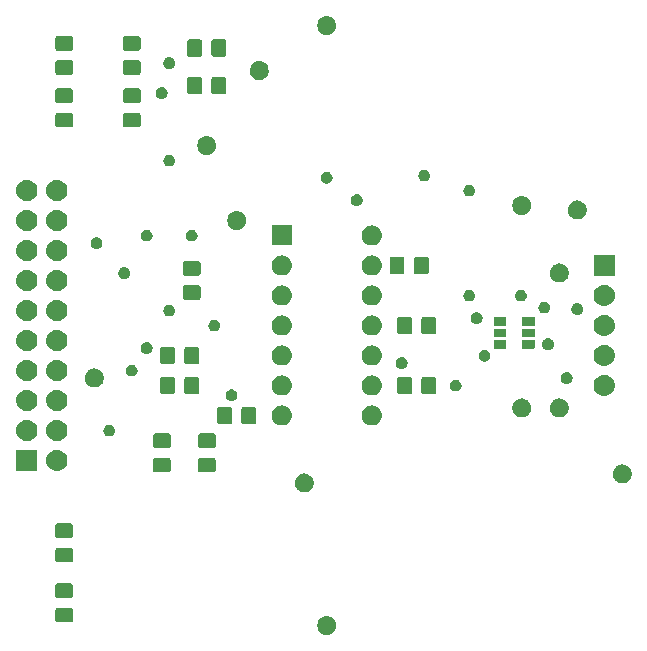
<source format=gbr>
G04 #@! TF.GenerationSoftware,KiCad,Pcbnew,(5.1.2)-1*
G04 #@! TF.CreationDate,2019-10-30T10:00:19+01:00*
G04 #@! TF.ProjectId,temalab_comparator,74656d61-6c61-4625-9f63-6f6d70617261,rev?*
G04 #@! TF.SameCoordinates,Original*
G04 #@! TF.FileFunction,Soldermask,Top*
G04 #@! TF.FilePolarity,Negative*
%FSLAX46Y46*%
G04 Gerber Fmt 4.6, Leading zero omitted, Abs format (unit mm)*
G04 Created by KiCad (PCBNEW (5.1.2)-1) date 2019-10-30 10:00:19*
%MOMM*%
%LPD*%
G04 APERTURE LIST*
%ADD10C,0.100000*%
G04 APERTURE END LIST*
D10*
G36*
X129670476Y-128749261D02*
G01*
X129773645Y-128769782D01*
X129859036Y-128805153D01*
X129919416Y-128830163D01*
X130050608Y-128917822D01*
X130162178Y-129029392D01*
X130249837Y-129160584D01*
X130268766Y-129206282D01*
X130310218Y-129306355D01*
X130341000Y-129461109D01*
X130341000Y-129618891D01*
X130310218Y-129773645D01*
X130274847Y-129859036D01*
X130249837Y-129919416D01*
X130162178Y-130050608D01*
X130050608Y-130162178D01*
X129919416Y-130249837D01*
X129859036Y-130274847D01*
X129773645Y-130310218D01*
X129670476Y-130330739D01*
X129618892Y-130341000D01*
X129461108Y-130341000D01*
X129409524Y-130330739D01*
X129306355Y-130310218D01*
X129220964Y-130274847D01*
X129160584Y-130249837D01*
X129029392Y-130162178D01*
X128917822Y-130050608D01*
X128830163Y-129919416D01*
X128805153Y-129859036D01*
X128769782Y-129773645D01*
X128739000Y-129618891D01*
X128739000Y-129461109D01*
X128769782Y-129306355D01*
X128811234Y-129206282D01*
X128830163Y-129160584D01*
X128917822Y-129029392D01*
X129029392Y-128917822D01*
X129160584Y-128830163D01*
X129220964Y-128805153D01*
X129306355Y-128769782D01*
X129409524Y-128749261D01*
X129461108Y-128739000D01*
X129618892Y-128739000D01*
X129670476Y-128749261D01*
X129670476Y-128749261D01*
G37*
G36*
X107892321Y-128038617D02*
G01*
X107932691Y-128050864D01*
X107969887Y-128070745D01*
X108002495Y-128097505D01*
X108029255Y-128130113D01*
X108049136Y-128167309D01*
X108061383Y-128207679D01*
X108066000Y-128254559D01*
X108066000Y-129065441D01*
X108061383Y-129112321D01*
X108049136Y-129152691D01*
X108029255Y-129189887D01*
X108002495Y-129222495D01*
X107969887Y-129249255D01*
X107932691Y-129269136D01*
X107892321Y-129281383D01*
X107845441Y-129286000D01*
X106784559Y-129286000D01*
X106737679Y-129281383D01*
X106697309Y-129269136D01*
X106660113Y-129249255D01*
X106627505Y-129222495D01*
X106600745Y-129189887D01*
X106580864Y-129152691D01*
X106568617Y-129112321D01*
X106564000Y-129065441D01*
X106564000Y-128254559D01*
X106568617Y-128207679D01*
X106580864Y-128167309D01*
X106600745Y-128130113D01*
X106627505Y-128097505D01*
X106660113Y-128070745D01*
X106697309Y-128050864D01*
X106737679Y-128038617D01*
X106784559Y-128034000D01*
X107845441Y-128034000D01*
X107892321Y-128038617D01*
X107892321Y-128038617D01*
G37*
G36*
X107892321Y-125988617D02*
G01*
X107932691Y-126000864D01*
X107969887Y-126020745D01*
X108002495Y-126047505D01*
X108029255Y-126080113D01*
X108049136Y-126117309D01*
X108061383Y-126157679D01*
X108066000Y-126204559D01*
X108066000Y-127015441D01*
X108061383Y-127062321D01*
X108049136Y-127102691D01*
X108029255Y-127139887D01*
X108002495Y-127172495D01*
X107969887Y-127199255D01*
X107932691Y-127219136D01*
X107892321Y-127231383D01*
X107845441Y-127236000D01*
X106784559Y-127236000D01*
X106737679Y-127231383D01*
X106697309Y-127219136D01*
X106660113Y-127199255D01*
X106627505Y-127172495D01*
X106600745Y-127139887D01*
X106580864Y-127102691D01*
X106568617Y-127062321D01*
X106564000Y-127015441D01*
X106564000Y-126204559D01*
X106568617Y-126157679D01*
X106580864Y-126117309D01*
X106600745Y-126080113D01*
X106627505Y-126047505D01*
X106660113Y-126020745D01*
X106697309Y-126000864D01*
X106737679Y-125988617D01*
X106784559Y-125984000D01*
X107845441Y-125984000D01*
X107892321Y-125988617D01*
X107892321Y-125988617D01*
G37*
G36*
X107892321Y-122958617D02*
G01*
X107932691Y-122970864D01*
X107969887Y-122990745D01*
X108002495Y-123017505D01*
X108029255Y-123050113D01*
X108049136Y-123087309D01*
X108061383Y-123127679D01*
X108066000Y-123174559D01*
X108066000Y-123985441D01*
X108061383Y-124032321D01*
X108049136Y-124072691D01*
X108029255Y-124109887D01*
X108002495Y-124142495D01*
X107969887Y-124169255D01*
X107932691Y-124189136D01*
X107892321Y-124201383D01*
X107845441Y-124206000D01*
X106784559Y-124206000D01*
X106737679Y-124201383D01*
X106697309Y-124189136D01*
X106660113Y-124169255D01*
X106627505Y-124142495D01*
X106600745Y-124109887D01*
X106580864Y-124072691D01*
X106568617Y-124032321D01*
X106564000Y-123985441D01*
X106564000Y-123174559D01*
X106568617Y-123127679D01*
X106580864Y-123087309D01*
X106600745Y-123050113D01*
X106627505Y-123017505D01*
X106660113Y-122990745D01*
X106697309Y-122970864D01*
X106737679Y-122958617D01*
X106784559Y-122954000D01*
X107845441Y-122954000D01*
X107892321Y-122958617D01*
X107892321Y-122958617D01*
G37*
G36*
X107892321Y-120908617D02*
G01*
X107932691Y-120920864D01*
X107969887Y-120940745D01*
X108002495Y-120967505D01*
X108029255Y-121000113D01*
X108049136Y-121037309D01*
X108061383Y-121077679D01*
X108066000Y-121124559D01*
X108066000Y-121935441D01*
X108061383Y-121982321D01*
X108049136Y-122022691D01*
X108029255Y-122059887D01*
X108002495Y-122092495D01*
X107969887Y-122119255D01*
X107932691Y-122139136D01*
X107892321Y-122151383D01*
X107845441Y-122156000D01*
X106784559Y-122156000D01*
X106737679Y-122151383D01*
X106697309Y-122139136D01*
X106660113Y-122119255D01*
X106627505Y-122092495D01*
X106600745Y-122059887D01*
X106580864Y-122022691D01*
X106568617Y-121982321D01*
X106564000Y-121935441D01*
X106564000Y-121124559D01*
X106568617Y-121077679D01*
X106580864Y-121037309D01*
X106600745Y-121000113D01*
X106627505Y-120967505D01*
X106660113Y-120940745D01*
X106697309Y-120920864D01*
X106737679Y-120908617D01*
X106784559Y-120904000D01*
X107845441Y-120904000D01*
X107892321Y-120908617D01*
X107892321Y-120908617D01*
G37*
G36*
X127765476Y-116684261D02*
G01*
X127868645Y-116704782D01*
X127954036Y-116740153D01*
X128014416Y-116765163D01*
X128145608Y-116852822D01*
X128257178Y-116964392D01*
X128344837Y-117095584D01*
X128369847Y-117155964D01*
X128405218Y-117241355D01*
X128436000Y-117396109D01*
X128436000Y-117553891D01*
X128405218Y-117708645D01*
X128369847Y-117794036D01*
X128344837Y-117854416D01*
X128257178Y-117985608D01*
X128145608Y-118097178D01*
X128014416Y-118184837D01*
X127954036Y-118209847D01*
X127868645Y-118245218D01*
X127765476Y-118265739D01*
X127713892Y-118276000D01*
X127556108Y-118276000D01*
X127504524Y-118265739D01*
X127401355Y-118245218D01*
X127315964Y-118209847D01*
X127255584Y-118184837D01*
X127124392Y-118097178D01*
X127012822Y-117985608D01*
X126925163Y-117854416D01*
X126900153Y-117794036D01*
X126864782Y-117708645D01*
X126834000Y-117553891D01*
X126834000Y-117396109D01*
X126864782Y-117241355D01*
X126900153Y-117155964D01*
X126925163Y-117095584D01*
X127012822Y-116964392D01*
X127124392Y-116852822D01*
X127255584Y-116765163D01*
X127315964Y-116740153D01*
X127401355Y-116704782D01*
X127504524Y-116684261D01*
X127556108Y-116674000D01*
X127713892Y-116674000D01*
X127765476Y-116684261D01*
X127765476Y-116684261D01*
G37*
G36*
X154689476Y-115922261D02*
G01*
X154792645Y-115942782D01*
X154878036Y-115978153D01*
X154938416Y-116003163D01*
X154938417Y-116003164D01*
X155042921Y-116072990D01*
X155069608Y-116090822D01*
X155181178Y-116202392D01*
X155268837Y-116333584D01*
X155282647Y-116366925D01*
X155329218Y-116479355D01*
X155360000Y-116634109D01*
X155360000Y-116791891D01*
X155329218Y-116946645D01*
X155321866Y-116964393D01*
X155268837Y-117092416D01*
X155181178Y-117223608D01*
X155069608Y-117335178D01*
X154938416Y-117422837D01*
X154878036Y-117447847D01*
X154792645Y-117483218D01*
X154689476Y-117503739D01*
X154637892Y-117514000D01*
X154480108Y-117514000D01*
X154428524Y-117503739D01*
X154325355Y-117483218D01*
X154239964Y-117447847D01*
X154179584Y-117422837D01*
X154048392Y-117335178D01*
X153936822Y-117223608D01*
X153849163Y-117092416D01*
X153796134Y-116964393D01*
X153788782Y-116946645D01*
X153758000Y-116791891D01*
X153758000Y-116634109D01*
X153788782Y-116479355D01*
X153835353Y-116366925D01*
X153849163Y-116333584D01*
X153936822Y-116202392D01*
X154048392Y-116090822D01*
X154075080Y-116072990D01*
X154179583Y-116003164D01*
X154179584Y-116003163D01*
X154239964Y-115978153D01*
X154325355Y-115942782D01*
X154428524Y-115922261D01*
X154480108Y-115912000D01*
X154637892Y-115912000D01*
X154689476Y-115922261D01*
X154689476Y-115922261D01*
G37*
G36*
X116147321Y-115338617D02*
G01*
X116187691Y-115350864D01*
X116224887Y-115370745D01*
X116257495Y-115397505D01*
X116284255Y-115430113D01*
X116304136Y-115467309D01*
X116316383Y-115507679D01*
X116321000Y-115554559D01*
X116321000Y-116365441D01*
X116316383Y-116412321D01*
X116304136Y-116452691D01*
X116284255Y-116489887D01*
X116257495Y-116522495D01*
X116224887Y-116549255D01*
X116187691Y-116569136D01*
X116147321Y-116581383D01*
X116100441Y-116586000D01*
X115039559Y-116586000D01*
X114992679Y-116581383D01*
X114952309Y-116569136D01*
X114915113Y-116549255D01*
X114882505Y-116522495D01*
X114855745Y-116489887D01*
X114835864Y-116452691D01*
X114823617Y-116412321D01*
X114819000Y-116365441D01*
X114819000Y-115554559D01*
X114823617Y-115507679D01*
X114835864Y-115467309D01*
X114855745Y-115430113D01*
X114882505Y-115397505D01*
X114915113Y-115370745D01*
X114952309Y-115350864D01*
X114992679Y-115338617D01*
X115039559Y-115334000D01*
X116100441Y-115334000D01*
X116147321Y-115338617D01*
X116147321Y-115338617D01*
G37*
G36*
X119957321Y-115338617D02*
G01*
X119997691Y-115350864D01*
X120034887Y-115370745D01*
X120067495Y-115397505D01*
X120094255Y-115430113D01*
X120114136Y-115467309D01*
X120126383Y-115507679D01*
X120131000Y-115554559D01*
X120131000Y-116365441D01*
X120126383Y-116412321D01*
X120114136Y-116452691D01*
X120094255Y-116489887D01*
X120067495Y-116522495D01*
X120034887Y-116549255D01*
X119997691Y-116569136D01*
X119957321Y-116581383D01*
X119910441Y-116586000D01*
X118849559Y-116586000D01*
X118802679Y-116581383D01*
X118762309Y-116569136D01*
X118725113Y-116549255D01*
X118692505Y-116522495D01*
X118665745Y-116489887D01*
X118645864Y-116452691D01*
X118633617Y-116412321D01*
X118629000Y-116365441D01*
X118629000Y-115554559D01*
X118633617Y-115507679D01*
X118645864Y-115467309D01*
X118665745Y-115430113D01*
X118692505Y-115397505D01*
X118725113Y-115370745D01*
X118762309Y-115350864D01*
X118802679Y-115338617D01*
X118849559Y-115334000D01*
X119910441Y-115334000D01*
X119957321Y-115338617D01*
X119957321Y-115338617D01*
G37*
G36*
X106823535Y-114678778D02*
G01*
X106856627Y-114682037D01*
X106969853Y-114716384D01*
X107026467Y-114733557D01*
X107182990Y-114817220D01*
X107320186Y-114929814D01*
X107432780Y-115067010D01*
X107516443Y-115223533D01*
X107516443Y-115223534D01*
X107567963Y-115393373D01*
X107567963Y-115393375D01*
X107585360Y-115570000D01*
X107570826Y-115717559D01*
X107567963Y-115746627D01*
X107533616Y-115859853D01*
X107516443Y-115916467D01*
X107432780Y-116072990D01*
X107320186Y-116210186D01*
X107182990Y-116322780D01*
X107026467Y-116406443D01*
X107007089Y-116412321D01*
X106856627Y-116457963D01*
X106823535Y-116461222D01*
X106724264Y-116471000D01*
X106635736Y-116471000D01*
X106536465Y-116461222D01*
X106503373Y-116457963D01*
X106352911Y-116412321D01*
X106333533Y-116406443D01*
X106177010Y-116322780D01*
X106039814Y-116210186D01*
X105927220Y-116072990D01*
X105843557Y-115916467D01*
X105826384Y-115859853D01*
X105792037Y-115746627D01*
X105789174Y-115717559D01*
X105774640Y-115570000D01*
X105792037Y-115393375D01*
X105792037Y-115393373D01*
X105843557Y-115223534D01*
X105843557Y-115223533D01*
X105927220Y-115067010D01*
X106039814Y-114929814D01*
X106177010Y-114817220D01*
X106333533Y-114733557D01*
X106390147Y-114716384D01*
X106503373Y-114682037D01*
X106536465Y-114678778D01*
X106635736Y-114669000D01*
X106724264Y-114669000D01*
X106823535Y-114678778D01*
X106823535Y-114678778D01*
G37*
G36*
X105041000Y-116471000D02*
G01*
X103239000Y-116471000D01*
X103239000Y-114669000D01*
X105041000Y-114669000D01*
X105041000Y-116471000D01*
X105041000Y-116471000D01*
G37*
G36*
X119957321Y-113288617D02*
G01*
X119997691Y-113300864D01*
X120034887Y-113320745D01*
X120067495Y-113347505D01*
X120094255Y-113380113D01*
X120114136Y-113417309D01*
X120126383Y-113457679D01*
X120131000Y-113504559D01*
X120131000Y-114315441D01*
X120126383Y-114362321D01*
X120114136Y-114402691D01*
X120094255Y-114439887D01*
X120067495Y-114472495D01*
X120034887Y-114499255D01*
X119997691Y-114519136D01*
X119957321Y-114531383D01*
X119910441Y-114536000D01*
X118849559Y-114536000D01*
X118802679Y-114531383D01*
X118762309Y-114519136D01*
X118725113Y-114499255D01*
X118692505Y-114472495D01*
X118665745Y-114439887D01*
X118645864Y-114402691D01*
X118633617Y-114362321D01*
X118629000Y-114315441D01*
X118629000Y-113504559D01*
X118633617Y-113457679D01*
X118645864Y-113417309D01*
X118665745Y-113380113D01*
X118692505Y-113347505D01*
X118725113Y-113320745D01*
X118762309Y-113300864D01*
X118802679Y-113288617D01*
X118849559Y-113284000D01*
X119910441Y-113284000D01*
X119957321Y-113288617D01*
X119957321Y-113288617D01*
G37*
G36*
X116147321Y-113288617D02*
G01*
X116187691Y-113300864D01*
X116224887Y-113320745D01*
X116257495Y-113347505D01*
X116284255Y-113380113D01*
X116304136Y-113417309D01*
X116316383Y-113457679D01*
X116321000Y-113504559D01*
X116321000Y-114315441D01*
X116316383Y-114362321D01*
X116304136Y-114402691D01*
X116284255Y-114439887D01*
X116257495Y-114472495D01*
X116224887Y-114499255D01*
X116187691Y-114519136D01*
X116147321Y-114531383D01*
X116100441Y-114536000D01*
X115039559Y-114536000D01*
X114992679Y-114531383D01*
X114952309Y-114519136D01*
X114915113Y-114499255D01*
X114882505Y-114472495D01*
X114855745Y-114439887D01*
X114835864Y-114402691D01*
X114823617Y-114362321D01*
X114819000Y-114315441D01*
X114819000Y-113504559D01*
X114823617Y-113457679D01*
X114835864Y-113417309D01*
X114855745Y-113380113D01*
X114882505Y-113347505D01*
X114915113Y-113320745D01*
X114952309Y-113300864D01*
X114992679Y-113288617D01*
X115039559Y-113284000D01*
X116100441Y-113284000D01*
X116147321Y-113288617D01*
X116147321Y-113288617D01*
G37*
G36*
X106823535Y-112138778D02*
G01*
X106856627Y-112142037D01*
X106969853Y-112176384D01*
X107026467Y-112193557D01*
X107182990Y-112277220D01*
X107320186Y-112389814D01*
X107432780Y-112527010D01*
X107516443Y-112683533D01*
X107516443Y-112683534D01*
X107567963Y-112853373D01*
X107567963Y-112853375D01*
X107585360Y-113030000D01*
X107570966Y-113176136D01*
X107567963Y-113206627D01*
X107538207Y-113304718D01*
X107516443Y-113376467D01*
X107432780Y-113532990D01*
X107320186Y-113670186D01*
X107182990Y-113782780D01*
X107026467Y-113866443D01*
X106969853Y-113883616D01*
X106856627Y-113917963D01*
X106823535Y-113921222D01*
X106724264Y-113931000D01*
X106635736Y-113931000D01*
X106536465Y-113921222D01*
X106503373Y-113917963D01*
X106390147Y-113883616D01*
X106333533Y-113866443D01*
X106177010Y-113782780D01*
X106039814Y-113670186D01*
X105927220Y-113532990D01*
X105843557Y-113376467D01*
X105821793Y-113304718D01*
X105792037Y-113206627D01*
X105789034Y-113176136D01*
X105774640Y-113030000D01*
X105792037Y-112853375D01*
X105792037Y-112853373D01*
X105843557Y-112683534D01*
X105843557Y-112683533D01*
X105927220Y-112527010D01*
X106039814Y-112389814D01*
X106177010Y-112277220D01*
X106333533Y-112193557D01*
X106390147Y-112176384D01*
X106503373Y-112142037D01*
X106536465Y-112138778D01*
X106635736Y-112129000D01*
X106724264Y-112129000D01*
X106823535Y-112138778D01*
X106823535Y-112138778D01*
G37*
G36*
X104283535Y-112138778D02*
G01*
X104316627Y-112142037D01*
X104429853Y-112176384D01*
X104486467Y-112193557D01*
X104642990Y-112277220D01*
X104780186Y-112389814D01*
X104892780Y-112527010D01*
X104976443Y-112683533D01*
X104976443Y-112683534D01*
X105027963Y-112853373D01*
X105027963Y-112853375D01*
X105045360Y-113030000D01*
X105030966Y-113176136D01*
X105027963Y-113206627D01*
X104998207Y-113304718D01*
X104976443Y-113376467D01*
X104892780Y-113532990D01*
X104780186Y-113670186D01*
X104642990Y-113782780D01*
X104486467Y-113866443D01*
X104429853Y-113883616D01*
X104316627Y-113917963D01*
X104283535Y-113921222D01*
X104184264Y-113931000D01*
X104095736Y-113931000D01*
X103996465Y-113921222D01*
X103963373Y-113917963D01*
X103850147Y-113883616D01*
X103793533Y-113866443D01*
X103637010Y-113782780D01*
X103499814Y-113670186D01*
X103387220Y-113532990D01*
X103303557Y-113376467D01*
X103281793Y-113304718D01*
X103252037Y-113206627D01*
X103249034Y-113176136D01*
X103234640Y-113030000D01*
X103252037Y-112853375D01*
X103252037Y-112853373D01*
X103303557Y-112683534D01*
X103303557Y-112683533D01*
X103387220Y-112527010D01*
X103499814Y-112389814D01*
X103637010Y-112277220D01*
X103793533Y-112193557D01*
X103850147Y-112176384D01*
X103963373Y-112142037D01*
X103996465Y-112138778D01*
X104095736Y-112129000D01*
X104184264Y-112129000D01*
X104283535Y-112138778D01*
X104283535Y-112138778D01*
G37*
G36*
X111271136Y-112548253D02*
G01*
X111271138Y-112548254D01*
X111271139Y-112548254D01*
X111362314Y-112586021D01*
X111444368Y-112640847D01*
X111514153Y-112710632D01*
X111568979Y-112792686D01*
X111606746Y-112883861D01*
X111626000Y-112980658D01*
X111626000Y-113079342D01*
X111606746Y-113176139D01*
X111568979Y-113267314D01*
X111514153Y-113349368D01*
X111444368Y-113419153D01*
X111362314Y-113473979D01*
X111271139Y-113511746D01*
X111271138Y-113511746D01*
X111271136Y-113511747D01*
X111174344Y-113531000D01*
X111075656Y-113531000D01*
X110978864Y-113511747D01*
X110978862Y-113511746D01*
X110978861Y-113511746D01*
X110887686Y-113473979D01*
X110805632Y-113419153D01*
X110735847Y-113349368D01*
X110681021Y-113267314D01*
X110643254Y-113176139D01*
X110624000Y-113079342D01*
X110624000Y-112980658D01*
X110643254Y-112883861D01*
X110681021Y-112792686D01*
X110735847Y-112710632D01*
X110805632Y-112640847D01*
X110887686Y-112586021D01*
X110978861Y-112548254D01*
X110978862Y-112548254D01*
X110978864Y-112548253D01*
X111075656Y-112529000D01*
X111174344Y-112529000D01*
X111271136Y-112548253D01*
X111271136Y-112548253D01*
G37*
G36*
X133516823Y-110921313D02*
G01*
X133677240Y-110969975D01*
X133825077Y-111048995D01*
X133954659Y-111155341D01*
X134061005Y-111284923D01*
X134140025Y-111432760D01*
X134188687Y-111593177D01*
X134205118Y-111760000D01*
X134188687Y-111926823D01*
X134140025Y-112087240D01*
X134061005Y-112235077D01*
X133954659Y-112364659D01*
X133825077Y-112471005D01*
X133677240Y-112550025D01*
X133516823Y-112598687D01*
X133391806Y-112611000D01*
X133308194Y-112611000D01*
X133183177Y-112598687D01*
X133022760Y-112550025D01*
X132874923Y-112471005D01*
X132745341Y-112364659D01*
X132638995Y-112235077D01*
X132559975Y-112087240D01*
X132511313Y-111926823D01*
X132494882Y-111760000D01*
X132511313Y-111593177D01*
X132559975Y-111432760D01*
X132638995Y-111284923D01*
X132745341Y-111155341D01*
X132874923Y-111048995D01*
X133022760Y-110969975D01*
X133183177Y-110921313D01*
X133308194Y-110909000D01*
X133391806Y-110909000D01*
X133516823Y-110921313D01*
X133516823Y-110921313D01*
G37*
G36*
X125896823Y-110921313D02*
G01*
X126057240Y-110969975D01*
X126205077Y-111048995D01*
X126334659Y-111155341D01*
X126441005Y-111284923D01*
X126520025Y-111432760D01*
X126568687Y-111593177D01*
X126585118Y-111760000D01*
X126568687Y-111926823D01*
X126520025Y-112087240D01*
X126441005Y-112235077D01*
X126334659Y-112364659D01*
X126205077Y-112471005D01*
X126057240Y-112550025D01*
X125896823Y-112598687D01*
X125771806Y-112611000D01*
X125688194Y-112611000D01*
X125563177Y-112598687D01*
X125402760Y-112550025D01*
X125254923Y-112471005D01*
X125125341Y-112364659D01*
X125018995Y-112235077D01*
X124939975Y-112087240D01*
X124891313Y-111926823D01*
X124874882Y-111760000D01*
X124891313Y-111593177D01*
X124939975Y-111432760D01*
X125018995Y-111284923D01*
X125125341Y-111155341D01*
X125254923Y-111048995D01*
X125402760Y-110969975D01*
X125563177Y-110921313D01*
X125688194Y-110909000D01*
X125771806Y-110909000D01*
X125896823Y-110921313D01*
X125896823Y-110921313D01*
G37*
G36*
X123397321Y-111013617D02*
G01*
X123437691Y-111025864D01*
X123474887Y-111045745D01*
X123507495Y-111072505D01*
X123534255Y-111105113D01*
X123554136Y-111142309D01*
X123566383Y-111182679D01*
X123571000Y-111229559D01*
X123571000Y-112290441D01*
X123566383Y-112337321D01*
X123554136Y-112377691D01*
X123534255Y-112414887D01*
X123507495Y-112447495D01*
X123474887Y-112474255D01*
X123437691Y-112494136D01*
X123397321Y-112506383D01*
X123350441Y-112511000D01*
X122539559Y-112511000D01*
X122492679Y-112506383D01*
X122452309Y-112494136D01*
X122415113Y-112474255D01*
X122382505Y-112447495D01*
X122355745Y-112414887D01*
X122335864Y-112377691D01*
X122323617Y-112337321D01*
X122319000Y-112290441D01*
X122319000Y-111229559D01*
X122323617Y-111182679D01*
X122335864Y-111142309D01*
X122355745Y-111105113D01*
X122382505Y-111072505D01*
X122415113Y-111045745D01*
X122452309Y-111025864D01*
X122492679Y-111013617D01*
X122539559Y-111009000D01*
X123350441Y-111009000D01*
X123397321Y-111013617D01*
X123397321Y-111013617D01*
G37*
G36*
X121347321Y-111013617D02*
G01*
X121387691Y-111025864D01*
X121424887Y-111045745D01*
X121457495Y-111072505D01*
X121484255Y-111105113D01*
X121504136Y-111142309D01*
X121516383Y-111182679D01*
X121521000Y-111229559D01*
X121521000Y-112290441D01*
X121516383Y-112337321D01*
X121504136Y-112377691D01*
X121484255Y-112414887D01*
X121457495Y-112447495D01*
X121424887Y-112474255D01*
X121387691Y-112494136D01*
X121347321Y-112506383D01*
X121300441Y-112511000D01*
X120489559Y-112511000D01*
X120442679Y-112506383D01*
X120402309Y-112494136D01*
X120365113Y-112474255D01*
X120332505Y-112447495D01*
X120305745Y-112414887D01*
X120285864Y-112377691D01*
X120273617Y-112337321D01*
X120269000Y-112290441D01*
X120269000Y-111229559D01*
X120273617Y-111182679D01*
X120285864Y-111142309D01*
X120305745Y-111105113D01*
X120332505Y-111072505D01*
X120365113Y-111045745D01*
X120402309Y-111025864D01*
X120442679Y-111013617D01*
X120489559Y-111009000D01*
X121300441Y-111009000D01*
X121347321Y-111013617D01*
X121347321Y-111013617D01*
G37*
G36*
X146180476Y-110334261D02*
G01*
X146283645Y-110354782D01*
X146369036Y-110390153D01*
X146429416Y-110415163D01*
X146495012Y-110458993D01*
X146541419Y-110490000D01*
X146560608Y-110502822D01*
X146672178Y-110614392D01*
X146759837Y-110745584D01*
X146784847Y-110805964D01*
X146820218Y-110891355D01*
X146851000Y-111046109D01*
X146851000Y-111203891D01*
X146820218Y-111358645D01*
X146784847Y-111444036D01*
X146759837Y-111504416D01*
X146759836Y-111504417D01*
X146672179Y-111635607D01*
X146560607Y-111747179D01*
X146495012Y-111791007D01*
X146429416Y-111834837D01*
X146369036Y-111859847D01*
X146283645Y-111895218D01*
X146180476Y-111915739D01*
X146128892Y-111926000D01*
X145971108Y-111926000D01*
X145919524Y-111915739D01*
X145816355Y-111895218D01*
X145730964Y-111859847D01*
X145670584Y-111834837D01*
X145604988Y-111791007D01*
X145539393Y-111747179D01*
X145427821Y-111635607D01*
X145340164Y-111504417D01*
X145340163Y-111504416D01*
X145315153Y-111444036D01*
X145279782Y-111358645D01*
X145249000Y-111203891D01*
X145249000Y-111046109D01*
X145279782Y-110891355D01*
X145315153Y-110805964D01*
X145340163Y-110745584D01*
X145427822Y-110614392D01*
X145539392Y-110502822D01*
X145558582Y-110490000D01*
X145604988Y-110458992D01*
X145670584Y-110415163D01*
X145730964Y-110390153D01*
X145816355Y-110354782D01*
X145919524Y-110334261D01*
X145971108Y-110324000D01*
X146128892Y-110324000D01*
X146180476Y-110334261D01*
X146180476Y-110334261D01*
G37*
G36*
X149355476Y-110334261D02*
G01*
X149458645Y-110354782D01*
X149544036Y-110390153D01*
X149604416Y-110415163D01*
X149670012Y-110458993D01*
X149716419Y-110490000D01*
X149735608Y-110502822D01*
X149847178Y-110614392D01*
X149934837Y-110745584D01*
X149959847Y-110805964D01*
X149995218Y-110891355D01*
X150026000Y-111046109D01*
X150026000Y-111203891D01*
X149995218Y-111358645D01*
X149959847Y-111444036D01*
X149934837Y-111504416D01*
X149934836Y-111504417D01*
X149847179Y-111635607D01*
X149735607Y-111747179D01*
X149670012Y-111791007D01*
X149604416Y-111834837D01*
X149544036Y-111859847D01*
X149458645Y-111895218D01*
X149355476Y-111915739D01*
X149303892Y-111926000D01*
X149146108Y-111926000D01*
X149094524Y-111915739D01*
X148991355Y-111895218D01*
X148905964Y-111859847D01*
X148845584Y-111834837D01*
X148779988Y-111791007D01*
X148714393Y-111747179D01*
X148602821Y-111635607D01*
X148515164Y-111504417D01*
X148515163Y-111504416D01*
X148490153Y-111444036D01*
X148454782Y-111358645D01*
X148424000Y-111203891D01*
X148424000Y-111046109D01*
X148454782Y-110891355D01*
X148490153Y-110805964D01*
X148515163Y-110745584D01*
X148602822Y-110614392D01*
X148714392Y-110502822D01*
X148733582Y-110490000D01*
X148779988Y-110458992D01*
X148845584Y-110415163D01*
X148905964Y-110390153D01*
X148991355Y-110354782D01*
X149094524Y-110334261D01*
X149146108Y-110324000D01*
X149303892Y-110324000D01*
X149355476Y-110334261D01*
X149355476Y-110334261D01*
G37*
G36*
X106823535Y-109598778D02*
G01*
X106856627Y-109602037D01*
X106969853Y-109636384D01*
X107026467Y-109653557D01*
X107182990Y-109737220D01*
X107320186Y-109849814D01*
X107432780Y-109987010D01*
X107516443Y-110143533D01*
X107516443Y-110143534D01*
X107567963Y-110313373D01*
X107567963Y-110313375D01*
X107585360Y-110490000D01*
X107579844Y-110546000D01*
X107567963Y-110666627D01*
X107544012Y-110745583D01*
X107516443Y-110836467D01*
X107432780Y-110992990D01*
X107320186Y-111130186D01*
X107182990Y-111242780D01*
X107026467Y-111326443D01*
X106969853Y-111343616D01*
X106856627Y-111377963D01*
X106823535Y-111381222D01*
X106724264Y-111391000D01*
X106635736Y-111391000D01*
X106536465Y-111381222D01*
X106503373Y-111377963D01*
X106390147Y-111343616D01*
X106333533Y-111326443D01*
X106177010Y-111242780D01*
X106039814Y-111130186D01*
X105927220Y-110992990D01*
X105843557Y-110836467D01*
X105815988Y-110745583D01*
X105792037Y-110666627D01*
X105780156Y-110546000D01*
X105774640Y-110490000D01*
X105792037Y-110313375D01*
X105792037Y-110313373D01*
X105843557Y-110143534D01*
X105843557Y-110143533D01*
X105927220Y-109987010D01*
X106039814Y-109849814D01*
X106177010Y-109737220D01*
X106333533Y-109653557D01*
X106390147Y-109636384D01*
X106503373Y-109602037D01*
X106536465Y-109598778D01*
X106635736Y-109589000D01*
X106724264Y-109589000D01*
X106823535Y-109598778D01*
X106823535Y-109598778D01*
G37*
G36*
X104283535Y-109598778D02*
G01*
X104316627Y-109602037D01*
X104429853Y-109636384D01*
X104486467Y-109653557D01*
X104642990Y-109737220D01*
X104780186Y-109849814D01*
X104892780Y-109987010D01*
X104976443Y-110143533D01*
X104976443Y-110143534D01*
X105027963Y-110313373D01*
X105027963Y-110313375D01*
X105045360Y-110490000D01*
X105039844Y-110546000D01*
X105027963Y-110666627D01*
X105004012Y-110745583D01*
X104976443Y-110836467D01*
X104892780Y-110992990D01*
X104780186Y-111130186D01*
X104642990Y-111242780D01*
X104486467Y-111326443D01*
X104429853Y-111343616D01*
X104316627Y-111377963D01*
X104283535Y-111381222D01*
X104184264Y-111391000D01*
X104095736Y-111391000D01*
X103996465Y-111381222D01*
X103963373Y-111377963D01*
X103850147Y-111343616D01*
X103793533Y-111326443D01*
X103637010Y-111242780D01*
X103499814Y-111130186D01*
X103387220Y-110992990D01*
X103303557Y-110836467D01*
X103275988Y-110745583D01*
X103252037Y-110666627D01*
X103240156Y-110546000D01*
X103234640Y-110490000D01*
X103252037Y-110313375D01*
X103252037Y-110313373D01*
X103303557Y-110143534D01*
X103303557Y-110143533D01*
X103387220Y-109987010D01*
X103499814Y-109849814D01*
X103637010Y-109737220D01*
X103793533Y-109653557D01*
X103850147Y-109636384D01*
X103963373Y-109602037D01*
X103996465Y-109598778D01*
X104095736Y-109589000D01*
X104184264Y-109589000D01*
X104283535Y-109598778D01*
X104283535Y-109598778D01*
G37*
G36*
X121626136Y-109563253D02*
G01*
X121626138Y-109563254D01*
X121626139Y-109563254D01*
X121717314Y-109601021D01*
X121799368Y-109655847D01*
X121869153Y-109725632D01*
X121923979Y-109807686D01*
X121958607Y-109891282D01*
X121961747Y-109898864D01*
X121981000Y-109995656D01*
X121981000Y-110094344D01*
X121971216Y-110143534D01*
X121961746Y-110191139D01*
X121923979Y-110282314D01*
X121869153Y-110364368D01*
X121799368Y-110434153D01*
X121717314Y-110488979D01*
X121717313Y-110488980D01*
X121717312Y-110488980D01*
X121683897Y-110502821D01*
X121626139Y-110526746D01*
X121626138Y-110526746D01*
X121626136Y-110526747D01*
X121529344Y-110546000D01*
X121430656Y-110546000D01*
X121333864Y-110526747D01*
X121333862Y-110526746D01*
X121333861Y-110526746D01*
X121276103Y-110502821D01*
X121242688Y-110488980D01*
X121242687Y-110488980D01*
X121242686Y-110488979D01*
X121160632Y-110434153D01*
X121090847Y-110364368D01*
X121036021Y-110282314D01*
X120998254Y-110191139D01*
X120988785Y-110143534D01*
X120979000Y-110094344D01*
X120979000Y-109995656D01*
X120998253Y-109898864D01*
X121001394Y-109891282D01*
X121036021Y-109807686D01*
X121090847Y-109725632D01*
X121160632Y-109655847D01*
X121242686Y-109601021D01*
X121333861Y-109563254D01*
X121333862Y-109563254D01*
X121333864Y-109563253D01*
X121430656Y-109544000D01*
X121529344Y-109544000D01*
X121626136Y-109563253D01*
X121626136Y-109563253D01*
G37*
G36*
X153178535Y-108328778D02*
G01*
X153211627Y-108332037D01*
X153324853Y-108366384D01*
X153381467Y-108383557D01*
X153537990Y-108467220D01*
X153675186Y-108579814D01*
X153787780Y-108717010D01*
X153871443Y-108873533D01*
X153880797Y-108904369D01*
X153918597Y-109028979D01*
X153922963Y-109043374D01*
X153940360Y-109220000D01*
X153927041Y-109355218D01*
X153922963Y-109396627D01*
X153904554Y-109457312D01*
X153871443Y-109566467D01*
X153787780Y-109722990D01*
X153675186Y-109860186D01*
X153537990Y-109972780D01*
X153381467Y-110056443D01*
X153374069Y-110058687D01*
X153211627Y-110107963D01*
X153178535Y-110111222D01*
X153079264Y-110121000D01*
X152990736Y-110121000D01*
X152891465Y-110111222D01*
X152858373Y-110107963D01*
X152695931Y-110058687D01*
X152688533Y-110056443D01*
X152532010Y-109972780D01*
X152394814Y-109860186D01*
X152282220Y-109722990D01*
X152198557Y-109566467D01*
X152165446Y-109457312D01*
X152147037Y-109396627D01*
X152142959Y-109355218D01*
X152129640Y-109220000D01*
X152147037Y-109043374D01*
X152151404Y-109028979D01*
X152189203Y-108904369D01*
X152198557Y-108873533D01*
X152282220Y-108717010D01*
X152394814Y-108579814D01*
X152532010Y-108467220D01*
X152688533Y-108383557D01*
X152745147Y-108366384D01*
X152858373Y-108332037D01*
X152891465Y-108328778D01*
X152990736Y-108319000D01*
X153079264Y-108319000D01*
X153178535Y-108328778D01*
X153178535Y-108328778D01*
G37*
G36*
X125896823Y-108381313D02*
G01*
X126057240Y-108429975D01*
X126205077Y-108508995D01*
X126334659Y-108615341D01*
X126441005Y-108744923D01*
X126520025Y-108892760D01*
X126568687Y-109053177D01*
X126585118Y-109220000D01*
X126568687Y-109386823D01*
X126520025Y-109547240D01*
X126441005Y-109695077D01*
X126334659Y-109824659D01*
X126205077Y-109931005D01*
X126057240Y-110010025D01*
X125896823Y-110058687D01*
X125771806Y-110071000D01*
X125688194Y-110071000D01*
X125563177Y-110058687D01*
X125402760Y-110010025D01*
X125254923Y-109931005D01*
X125125341Y-109824659D01*
X125018995Y-109695077D01*
X124939975Y-109547240D01*
X124891313Y-109386823D01*
X124874882Y-109220000D01*
X124891313Y-109053177D01*
X124939975Y-108892760D01*
X125018995Y-108744923D01*
X125125341Y-108615341D01*
X125254923Y-108508995D01*
X125402760Y-108429975D01*
X125563177Y-108381313D01*
X125688194Y-108369000D01*
X125771806Y-108369000D01*
X125896823Y-108381313D01*
X125896823Y-108381313D01*
G37*
G36*
X133516823Y-108381313D02*
G01*
X133677240Y-108429975D01*
X133825077Y-108508995D01*
X133954659Y-108615341D01*
X134061005Y-108744923D01*
X134140025Y-108892760D01*
X134188687Y-109053177D01*
X134205118Y-109220000D01*
X134188687Y-109386823D01*
X134140025Y-109547240D01*
X134061005Y-109695077D01*
X133954659Y-109824659D01*
X133825077Y-109931005D01*
X133677240Y-110010025D01*
X133516823Y-110058687D01*
X133391806Y-110071000D01*
X133308194Y-110071000D01*
X133183177Y-110058687D01*
X133022760Y-110010025D01*
X132874923Y-109931005D01*
X132745341Y-109824659D01*
X132638995Y-109695077D01*
X132559975Y-109547240D01*
X132511313Y-109386823D01*
X132494882Y-109220000D01*
X132511313Y-109053177D01*
X132559975Y-108892760D01*
X132638995Y-108744923D01*
X132745341Y-108615341D01*
X132874923Y-108508995D01*
X133022760Y-108429975D01*
X133183177Y-108381313D01*
X133308194Y-108369000D01*
X133391806Y-108369000D01*
X133516823Y-108381313D01*
X133516823Y-108381313D01*
G37*
G36*
X138637321Y-108473617D02*
G01*
X138677691Y-108485864D01*
X138714887Y-108505745D01*
X138747495Y-108532505D01*
X138774255Y-108565113D01*
X138794136Y-108602309D01*
X138806383Y-108642679D01*
X138811000Y-108689559D01*
X138811000Y-109750441D01*
X138806383Y-109797321D01*
X138794136Y-109837691D01*
X138774255Y-109874887D01*
X138747495Y-109907495D01*
X138714887Y-109934255D01*
X138677691Y-109954136D01*
X138637321Y-109966383D01*
X138590441Y-109971000D01*
X137779559Y-109971000D01*
X137732679Y-109966383D01*
X137692309Y-109954136D01*
X137655113Y-109934255D01*
X137622505Y-109907495D01*
X137595745Y-109874887D01*
X137575864Y-109837691D01*
X137563617Y-109797321D01*
X137559000Y-109750441D01*
X137559000Y-108689559D01*
X137563617Y-108642679D01*
X137575864Y-108602309D01*
X137595745Y-108565113D01*
X137622505Y-108532505D01*
X137655113Y-108505745D01*
X137692309Y-108485864D01*
X137732679Y-108473617D01*
X137779559Y-108469000D01*
X138590441Y-108469000D01*
X138637321Y-108473617D01*
X138637321Y-108473617D01*
G37*
G36*
X118562321Y-108473617D02*
G01*
X118602691Y-108485864D01*
X118639887Y-108505745D01*
X118672495Y-108532505D01*
X118699255Y-108565113D01*
X118719136Y-108602309D01*
X118731383Y-108642679D01*
X118736000Y-108689559D01*
X118736000Y-109750441D01*
X118731383Y-109797321D01*
X118719136Y-109837691D01*
X118699255Y-109874887D01*
X118672495Y-109907495D01*
X118639887Y-109934255D01*
X118602691Y-109954136D01*
X118562321Y-109966383D01*
X118515441Y-109971000D01*
X117704559Y-109971000D01*
X117657679Y-109966383D01*
X117617309Y-109954136D01*
X117580113Y-109934255D01*
X117547505Y-109907495D01*
X117520745Y-109874887D01*
X117500864Y-109837691D01*
X117488617Y-109797321D01*
X117484000Y-109750441D01*
X117484000Y-108689559D01*
X117488617Y-108642679D01*
X117500864Y-108602309D01*
X117520745Y-108565113D01*
X117547505Y-108532505D01*
X117580113Y-108505745D01*
X117617309Y-108485864D01*
X117657679Y-108473617D01*
X117704559Y-108469000D01*
X118515441Y-108469000D01*
X118562321Y-108473617D01*
X118562321Y-108473617D01*
G37*
G36*
X136587321Y-108473617D02*
G01*
X136627691Y-108485864D01*
X136664887Y-108505745D01*
X136697495Y-108532505D01*
X136724255Y-108565113D01*
X136744136Y-108602309D01*
X136756383Y-108642679D01*
X136761000Y-108689559D01*
X136761000Y-109750441D01*
X136756383Y-109797321D01*
X136744136Y-109837691D01*
X136724255Y-109874887D01*
X136697495Y-109907495D01*
X136664887Y-109934255D01*
X136627691Y-109954136D01*
X136587321Y-109966383D01*
X136540441Y-109971000D01*
X135729559Y-109971000D01*
X135682679Y-109966383D01*
X135642309Y-109954136D01*
X135605113Y-109934255D01*
X135572505Y-109907495D01*
X135545745Y-109874887D01*
X135525864Y-109837691D01*
X135513617Y-109797321D01*
X135509000Y-109750441D01*
X135509000Y-108689559D01*
X135513617Y-108642679D01*
X135525864Y-108602309D01*
X135545745Y-108565113D01*
X135572505Y-108532505D01*
X135605113Y-108505745D01*
X135642309Y-108485864D01*
X135682679Y-108473617D01*
X135729559Y-108469000D01*
X136540441Y-108469000D01*
X136587321Y-108473617D01*
X136587321Y-108473617D01*
G37*
G36*
X116512321Y-108473617D02*
G01*
X116552691Y-108485864D01*
X116589887Y-108505745D01*
X116622495Y-108532505D01*
X116649255Y-108565113D01*
X116669136Y-108602309D01*
X116681383Y-108642679D01*
X116686000Y-108689559D01*
X116686000Y-109750441D01*
X116681383Y-109797321D01*
X116669136Y-109837691D01*
X116649255Y-109874887D01*
X116622495Y-109907495D01*
X116589887Y-109934255D01*
X116552691Y-109954136D01*
X116512321Y-109966383D01*
X116465441Y-109971000D01*
X115654559Y-109971000D01*
X115607679Y-109966383D01*
X115567309Y-109954136D01*
X115530113Y-109934255D01*
X115497505Y-109907495D01*
X115470745Y-109874887D01*
X115450864Y-109837691D01*
X115438617Y-109797321D01*
X115434000Y-109750441D01*
X115434000Y-108689559D01*
X115438617Y-108642679D01*
X115450864Y-108602309D01*
X115470745Y-108565113D01*
X115497505Y-108532505D01*
X115530113Y-108505745D01*
X115567309Y-108485864D01*
X115607679Y-108473617D01*
X115654559Y-108469000D01*
X116465441Y-108469000D01*
X116512321Y-108473617D01*
X116512321Y-108473617D01*
G37*
G36*
X140608136Y-108738253D02*
G01*
X140608138Y-108738254D01*
X140608139Y-108738254D01*
X140699314Y-108776021D01*
X140781368Y-108830847D01*
X140851153Y-108900632D01*
X140905979Y-108982686D01*
X140931118Y-109043374D01*
X140943747Y-109073864D01*
X140963000Y-109170656D01*
X140963000Y-109269344D01*
X140945919Y-109355218D01*
X140943746Y-109366139D01*
X140905979Y-109457314D01*
X140851153Y-109539368D01*
X140781368Y-109609153D01*
X140699314Y-109663979D01*
X140608139Y-109701746D01*
X140608138Y-109701746D01*
X140608136Y-109701747D01*
X140511344Y-109721000D01*
X140412656Y-109721000D01*
X140315864Y-109701747D01*
X140315862Y-109701746D01*
X140315861Y-109701746D01*
X140224686Y-109663979D01*
X140142632Y-109609153D01*
X140072847Y-109539368D01*
X140018021Y-109457314D01*
X139980254Y-109366139D01*
X139978082Y-109355218D01*
X139961000Y-109269344D01*
X139961000Y-109170656D01*
X139980253Y-109073864D01*
X139992883Y-109043374D01*
X140018021Y-108982686D01*
X140072847Y-108900632D01*
X140142632Y-108830847D01*
X140224686Y-108776021D01*
X140315861Y-108738254D01*
X140315862Y-108738254D01*
X140315864Y-108738253D01*
X140412656Y-108719000D01*
X140511344Y-108719000D01*
X140608136Y-108738253D01*
X140608136Y-108738253D01*
G37*
G36*
X109985476Y-107794261D02*
G01*
X110088645Y-107814782D01*
X110174036Y-107850153D01*
X110234416Y-107875163D01*
X110234417Y-107875164D01*
X110346419Y-107950000D01*
X110365608Y-107962822D01*
X110477178Y-108074392D01*
X110564837Y-108205584D01*
X110589709Y-108265631D01*
X110625218Y-108351355D01*
X110656000Y-108506109D01*
X110656000Y-108663891D01*
X110625218Y-108818645D01*
X110591258Y-108900631D01*
X110564837Y-108964416D01*
X110558331Y-108974153D01*
X110477179Y-109095607D01*
X110365607Y-109207179D01*
X110300012Y-109251008D01*
X110234416Y-109294837D01*
X110174036Y-109319847D01*
X110088645Y-109355218D01*
X109985476Y-109375739D01*
X109933892Y-109386000D01*
X109776108Y-109386000D01*
X109724524Y-109375739D01*
X109621355Y-109355218D01*
X109535964Y-109319847D01*
X109475584Y-109294837D01*
X109409988Y-109251008D01*
X109344393Y-109207179D01*
X109232821Y-109095607D01*
X109151669Y-108974153D01*
X109145163Y-108964416D01*
X109118742Y-108900631D01*
X109084782Y-108818645D01*
X109054000Y-108663891D01*
X109054000Y-108506109D01*
X109084782Y-108351355D01*
X109120291Y-108265631D01*
X109145163Y-108205584D01*
X109232822Y-108074392D01*
X109344392Y-107962822D01*
X109363582Y-107950000D01*
X109475583Y-107875164D01*
X109475584Y-107875163D01*
X109535964Y-107850153D01*
X109621355Y-107814782D01*
X109724524Y-107794261D01*
X109776108Y-107784000D01*
X109933892Y-107784000D01*
X109985476Y-107794261D01*
X109985476Y-107794261D01*
G37*
G36*
X150006136Y-108103253D02*
G01*
X150006138Y-108103254D01*
X150006139Y-108103254D01*
X150097314Y-108141021D01*
X150179368Y-108195847D01*
X150249153Y-108265632D01*
X150298278Y-108339153D01*
X150303980Y-108347688D01*
X150341747Y-108438864D01*
X150361000Y-108535656D01*
X150361000Y-108634344D01*
X150344557Y-108717010D01*
X150341746Y-108731139D01*
X150303979Y-108822314D01*
X150249153Y-108904368D01*
X150179368Y-108974153D01*
X150097314Y-109028979D01*
X150006139Y-109066746D01*
X150006138Y-109066746D01*
X150006136Y-109066747D01*
X149909344Y-109086000D01*
X149810656Y-109086000D01*
X149713864Y-109066747D01*
X149713862Y-109066746D01*
X149713861Y-109066746D01*
X149622686Y-109028979D01*
X149540632Y-108974153D01*
X149470847Y-108904368D01*
X149416021Y-108822314D01*
X149378254Y-108731139D01*
X149375444Y-108717010D01*
X149359000Y-108634344D01*
X149359000Y-108535656D01*
X149378253Y-108438864D01*
X149416020Y-108347688D01*
X149421723Y-108339153D01*
X149470847Y-108265632D01*
X149540632Y-108195847D01*
X149622686Y-108141021D01*
X149713861Y-108103254D01*
X149713862Y-108103254D01*
X149713864Y-108103253D01*
X149810656Y-108084000D01*
X149909344Y-108084000D01*
X150006136Y-108103253D01*
X150006136Y-108103253D01*
G37*
G36*
X104283535Y-107058778D02*
G01*
X104316627Y-107062037D01*
X104429853Y-107096384D01*
X104486467Y-107113557D01*
X104642990Y-107197220D01*
X104780186Y-107309814D01*
X104892780Y-107447010D01*
X104976443Y-107603533D01*
X104985797Y-107634369D01*
X105027963Y-107773373D01*
X105027963Y-107773375D01*
X105045360Y-107950000D01*
X105033108Y-108074392D01*
X105027963Y-108126627D01*
X105009554Y-108187312D01*
X104976443Y-108296467D01*
X104892780Y-108452990D01*
X104780186Y-108590186D01*
X104642990Y-108702780D01*
X104486467Y-108786443D01*
X104429853Y-108803616D01*
X104316627Y-108837963D01*
X104283535Y-108841222D01*
X104184264Y-108851000D01*
X104095736Y-108851000D01*
X103996465Y-108841222D01*
X103963373Y-108837963D01*
X103850147Y-108803616D01*
X103793533Y-108786443D01*
X103637010Y-108702780D01*
X103499814Y-108590186D01*
X103387220Y-108452990D01*
X103303557Y-108296467D01*
X103270446Y-108187312D01*
X103252037Y-108126627D01*
X103246892Y-108074392D01*
X103234640Y-107950000D01*
X103252037Y-107773375D01*
X103252037Y-107773373D01*
X103294203Y-107634369D01*
X103303557Y-107603533D01*
X103387220Y-107447010D01*
X103499814Y-107309814D01*
X103637010Y-107197220D01*
X103793533Y-107113557D01*
X103850147Y-107096384D01*
X103963373Y-107062037D01*
X103996465Y-107058778D01*
X104095736Y-107049000D01*
X104184264Y-107049000D01*
X104283535Y-107058778D01*
X104283535Y-107058778D01*
G37*
G36*
X106823535Y-107058778D02*
G01*
X106856627Y-107062037D01*
X106969853Y-107096384D01*
X107026467Y-107113557D01*
X107182990Y-107197220D01*
X107320186Y-107309814D01*
X107432780Y-107447010D01*
X107516443Y-107603533D01*
X107525797Y-107634369D01*
X107567963Y-107773373D01*
X107567963Y-107773375D01*
X107585360Y-107950000D01*
X107573108Y-108074392D01*
X107567963Y-108126627D01*
X107549554Y-108187312D01*
X107516443Y-108296467D01*
X107432780Y-108452990D01*
X107320186Y-108590186D01*
X107182990Y-108702780D01*
X107026467Y-108786443D01*
X106969853Y-108803616D01*
X106856627Y-108837963D01*
X106823535Y-108841222D01*
X106724264Y-108851000D01*
X106635736Y-108851000D01*
X106536465Y-108841222D01*
X106503373Y-108837963D01*
X106390147Y-108803616D01*
X106333533Y-108786443D01*
X106177010Y-108702780D01*
X106039814Y-108590186D01*
X105927220Y-108452990D01*
X105843557Y-108296467D01*
X105810446Y-108187312D01*
X105792037Y-108126627D01*
X105786892Y-108074392D01*
X105774640Y-107950000D01*
X105792037Y-107773375D01*
X105792037Y-107773373D01*
X105834203Y-107634369D01*
X105843557Y-107603533D01*
X105927220Y-107447010D01*
X106039814Y-107309814D01*
X106177010Y-107197220D01*
X106333533Y-107113557D01*
X106390147Y-107096384D01*
X106503373Y-107062037D01*
X106536465Y-107058778D01*
X106635736Y-107049000D01*
X106724264Y-107049000D01*
X106823535Y-107058778D01*
X106823535Y-107058778D01*
G37*
G36*
X113176136Y-107468253D02*
G01*
X113176138Y-107468254D01*
X113176139Y-107468254D01*
X113267314Y-107506021D01*
X113349368Y-107560847D01*
X113419153Y-107630632D01*
X113468278Y-107704153D01*
X113473980Y-107712688D01*
X113511747Y-107803864D01*
X113514161Y-107816000D01*
X113531000Y-107900658D01*
X113531000Y-107999342D01*
X113511746Y-108096139D01*
X113473979Y-108187314D01*
X113419153Y-108269368D01*
X113349368Y-108339153D01*
X113267314Y-108393979D01*
X113176139Y-108431746D01*
X113176138Y-108431746D01*
X113176136Y-108431747D01*
X113079344Y-108451000D01*
X112980656Y-108451000D01*
X112883864Y-108431747D01*
X112883862Y-108431746D01*
X112883861Y-108431746D01*
X112792686Y-108393979D01*
X112710632Y-108339153D01*
X112640847Y-108269368D01*
X112586021Y-108187314D01*
X112548254Y-108096139D01*
X112529000Y-107999342D01*
X112529000Y-107900658D01*
X112545839Y-107816000D01*
X112548253Y-107803864D01*
X112586020Y-107712688D01*
X112591723Y-107704153D01*
X112640847Y-107630632D01*
X112710632Y-107560847D01*
X112792686Y-107506021D01*
X112883861Y-107468254D01*
X112883862Y-107468254D01*
X112883864Y-107468253D01*
X112980656Y-107449000D01*
X113079344Y-107449000D01*
X113176136Y-107468253D01*
X113176136Y-107468253D01*
G37*
G36*
X136036136Y-106833253D02*
G01*
X136036138Y-106833254D01*
X136036139Y-106833254D01*
X136127314Y-106871021D01*
X136209368Y-106925847D01*
X136279153Y-106995632D01*
X136323523Y-107062037D01*
X136333980Y-107077688D01*
X136336020Y-107082613D01*
X136367590Y-107158827D01*
X136371747Y-107168864D01*
X136391000Y-107265656D01*
X136391000Y-107364344D01*
X136374557Y-107447010D01*
X136371746Y-107461139D01*
X136333979Y-107552314D01*
X136279153Y-107634368D01*
X136209368Y-107704153D01*
X136127314Y-107758979D01*
X136036139Y-107796746D01*
X136036138Y-107796746D01*
X136036136Y-107796747D01*
X135939344Y-107816000D01*
X135840656Y-107816000D01*
X135743864Y-107796747D01*
X135743862Y-107796746D01*
X135743861Y-107796746D01*
X135652686Y-107758979D01*
X135570632Y-107704153D01*
X135500847Y-107634368D01*
X135446021Y-107552314D01*
X135408254Y-107461139D01*
X135405444Y-107447010D01*
X135389000Y-107364344D01*
X135389000Y-107265656D01*
X135408253Y-107168864D01*
X135412411Y-107158827D01*
X135443980Y-107082613D01*
X135446020Y-107077688D01*
X135456478Y-107062037D01*
X135500847Y-106995632D01*
X135570632Y-106925847D01*
X135652686Y-106871021D01*
X135743861Y-106833254D01*
X135743862Y-106833254D01*
X135743864Y-106833253D01*
X135840656Y-106814000D01*
X135939344Y-106814000D01*
X136036136Y-106833253D01*
X136036136Y-106833253D01*
G37*
G36*
X153178535Y-105788778D02*
G01*
X153211627Y-105792037D01*
X153324853Y-105826384D01*
X153381467Y-105843557D01*
X153537990Y-105927220D01*
X153675186Y-106039814D01*
X153787780Y-106177010D01*
X153871443Y-106333533D01*
X153880797Y-106364369D01*
X153918597Y-106488979D01*
X153922963Y-106503374D01*
X153940360Y-106680000D01*
X153927161Y-106814000D01*
X153922963Y-106856627D01*
X153901965Y-106925847D01*
X153871443Y-107026467D01*
X153787780Y-107182990D01*
X153675186Y-107320186D01*
X153537990Y-107432780D01*
X153381467Y-107516443D01*
X153374069Y-107518687D01*
X153211627Y-107567963D01*
X153178535Y-107571222D01*
X153079264Y-107581000D01*
X152990736Y-107581000D01*
X152891465Y-107571222D01*
X152858373Y-107567963D01*
X152695931Y-107518687D01*
X152688533Y-107516443D01*
X152532010Y-107432780D01*
X152394814Y-107320186D01*
X152282220Y-107182990D01*
X152198557Y-107026467D01*
X152168035Y-106925847D01*
X152147037Y-106856627D01*
X152142839Y-106814000D01*
X152129640Y-106680000D01*
X152147037Y-106503374D01*
X152151404Y-106488979D01*
X152189203Y-106364369D01*
X152198557Y-106333533D01*
X152282220Y-106177010D01*
X152394814Y-106039814D01*
X152532010Y-105927220D01*
X152688533Y-105843557D01*
X152745147Y-105826384D01*
X152858373Y-105792037D01*
X152891465Y-105788778D01*
X152990736Y-105779000D01*
X153079264Y-105779000D01*
X153178535Y-105788778D01*
X153178535Y-105788778D01*
G37*
G36*
X133516823Y-105841313D02*
G01*
X133677240Y-105889975D01*
X133825077Y-105968995D01*
X133954659Y-106075341D01*
X134061005Y-106204923D01*
X134140025Y-106352760D01*
X134188687Y-106513177D01*
X134205118Y-106680000D01*
X134188687Y-106846823D01*
X134140025Y-107007240D01*
X134061005Y-107155077D01*
X133954659Y-107284659D01*
X133825077Y-107391005D01*
X133677240Y-107470025D01*
X133516823Y-107518687D01*
X133391806Y-107531000D01*
X133308194Y-107531000D01*
X133183177Y-107518687D01*
X133022760Y-107470025D01*
X132874923Y-107391005D01*
X132745341Y-107284659D01*
X132638995Y-107155077D01*
X132559975Y-107007240D01*
X132511313Y-106846823D01*
X132494882Y-106680000D01*
X132511313Y-106513177D01*
X132559975Y-106352760D01*
X132638995Y-106204923D01*
X132745341Y-106075341D01*
X132874923Y-105968995D01*
X133022760Y-105889975D01*
X133183177Y-105841313D01*
X133308194Y-105829000D01*
X133391806Y-105829000D01*
X133516823Y-105841313D01*
X133516823Y-105841313D01*
G37*
G36*
X125896823Y-105841313D02*
G01*
X126057240Y-105889975D01*
X126205077Y-105968995D01*
X126334659Y-106075341D01*
X126441005Y-106204923D01*
X126520025Y-106352760D01*
X126568687Y-106513177D01*
X126585118Y-106680000D01*
X126568687Y-106846823D01*
X126520025Y-107007240D01*
X126441005Y-107155077D01*
X126334659Y-107284659D01*
X126205077Y-107391005D01*
X126057240Y-107470025D01*
X125896823Y-107518687D01*
X125771806Y-107531000D01*
X125688194Y-107531000D01*
X125563177Y-107518687D01*
X125402760Y-107470025D01*
X125254923Y-107391005D01*
X125125341Y-107284659D01*
X125018995Y-107155077D01*
X124939975Y-107007240D01*
X124891313Y-106846823D01*
X124874882Y-106680000D01*
X124891313Y-106513177D01*
X124939975Y-106352760D01*
X125018995Y-106204923D01*
X125125341Y-106075341D01*
X125254923Y-105968995D01*
X125402760Y-105889975D01*
X125563177Y-105841313D01*
X125688194Y-105829000D01*
X125771806Y-105829000D01*
X125896823Y-105841313D01*
X125896823Y-105841313D01*
G37*
G36*
X116512321Y-105933617D02*
G01*
X116552691Y-105945864D01*
X116589887Y-105965745D01*
X116622495Y-105992505D01*
X116649255Y-106025113D01*
X116669136Y-106062309D01*
X116681383Y-106102679D01*
X116686000Y-106149559D01*
X116686000Y-107210441D01*
X116681383Y-107257321D01*
X116669136Y-107297691D01*
X116649255Y-107334887D01*
X116622495Y-107367495D01*
X116589887Y-107394255D01*
X116552691Y-107414136D01*
X116512321Y-107426383D01*
X116465441Y-107431000D01*
X115654559Y-107431000D01*
X115607679Y-107426383D01*
X115567309Y-107414136D01*
X115530113Y-107394255D01*
X115497505Y-107367495D01*
X115470745Y-107334887D01*
X115450864Y-107297691D01*
X115438617Y-107257321D01*
X115434000Y-107210441D01*
X115434000Y-106149559D01*
X115438617Y-106102679D01*
X115450864Y-106062309D01*
X115470745Y-106025113D01*
X115497505Y-105992505D01*
X115530113Y-105965745D01*
X115567309Y-105945864D01*
X115607679Y-105933617D01*
X115654559Y-105929000D01*
X116465441Y-105929000D01*
X116512321Y-105933617D01*
X116512321Y-105933617D01*
G37*
G36*
X118562321Y-105933617D02*
G01*
X118602691Y-105945864D01*
X118639887Y-105965745D01*
X118672495Y-105992505D01*
X118699255Y-106025113D01*
X118719136Y-106062309D01*
X118731383Y-106102679D01*
X118736000Y-106149559D01*
X118736000Y-107210441D01*
X118731383Y-107257321D01*
X118719136Y-107297691D01*
X118699255Y-107334887D01*
X118672495Y-107367495D01*
X118639887Y-107394255D01*
X118602691Y-107414136D01*
X118562321Y-107426383D01*
X118515441Y-107431000D01*
X117704559Y-107431000D01*
X117657679Y-107426383D01*
X117617309Y-107414136D01*
X117580113Y-107394255D01*
X117547505Y-107367495D01*
X117520745Y-107334887D01*
X117500864Y-107297691D01*
X117488617Y-107257321D01*
X117484000Y-107210441D01*
X117484000Y-106149559D01*
X117488617Y-106102679D01*
X117500864Y-106062309D01*
X117520745Y-106025113D01*
X117547505Y-105992505D01*
X117580113Y-105965745D01*
X117617309Y-105945864D01*
X117657679Y-105933617D01*
X117704559Y-105929000D01*
X118515441Y-105929000D01*
X118562321Y-105933617D01*
X118562321Y-105933617D01*
G37*
G36*
X143048057Y-106211713D02*
G01*
X143048059Y-106211714D01*
X143048060Y-106211714D01*
X143139235Y-106249481D01*
X143211794Y-106297963D01*
X143221290Y-106304308D01*
X143291073Y-106374091D01*
X143345901Y-106456148D01*
X143383668Y-106547324D01*
X143402921Y-106644116D01*
X143402921Y-106742804D01*
X143384930Y-106833253D01*
X143383667Y-106839599D01*
X143370652Y-106871020D01*
X143347941Y-106925848D01*
X143345900Y-106930774D01*
X143291074Y-107012828D01*
X143221289Y-107082613D01*
X143139235Y-107137439D01*
X143048060Y-107175206D01*
X143048059Y-107175206D01*
X143048057Y-107175207D01*
X142951265Y-107194460D01*
X142852577Y-107194460D01*
X142755785Y-107175207D01*
X142755783Y-107175206D01*
X142755782Y-107175206D01*
X142664607Y-107137439D01*
X142582553Y-107082613D01*
X142512768Y-107012828D01*
X142457942Y-106930774D01*
X142455902Y-106925848D01*
X142433190Y-106871020D01*
X142420175Y-106839599D01*
X142418913Y-106833253D01*
X142400921Y-106742804D01*
X142400921Y-106644116D01*
X142420174Y-106547324D01*
X142457941Y-106456148D01*
X142512769Y-106374091D01*
X142582552Y-106304308D01*
X142592048Y-106297963D01*
X142664607Y-106249481D01*
X142755782Y-106211714D01*
X142755783Y-106211714D01*
X142755785Y-106211713D01*
X142852577Y-106192460D01*
X142951265Y-106192460D01*
X143048057Y-106211713D01*
X143048057Y-106211713D01*
G37*
G36*
X114446136Y-105563253D02*
G01*
X114446138Y-105563254D01*
X114446139Y-105563254D01*
X114537314Y-105601021D01*
X114619368Y-105655847D01*
X114689153Y-105725632D01*
X114743979Y-105807686D01*
X114770262Y-105871136D01*
X114781747Y-105898864D01*
X114801000Y-105995656D01*
X114801000Y-106094344D01*
X114784557Y-106177010D01*
X114781746Y-106191139D01*
X114743979Y-106282314D01*
X114689153Y-106364368D01*
X114619368Y-106434153D01*
X114537314Y-106488979D01*
X114446139Y-106526746D01*
X114446138Y-106526746D01*
X114446136Y-106526747D01*
X114349344Y-106546000D01*
X114250656Y-106546000D01*
X114153864Y-106526747D01*
X114153862Y-106526746D01*
X114153861Y-106526746D01*
X114062686Y-106488979D01*
X113980632Y-106434153D01*
X113910847Y-106364368D01*
X113856021Y-106282314D01*
X113818254Y-106191139D01*
X113815444Y-106177010D01*
X113799000Y-106094344D01*
X113799000Y-105995656D01*
X113818253Y-105898864D01*
X113829739Y-105871136D01*
X113856021Y-105807686D01*
X113910847Y-105725632D01*
X113980632Y-105655847D01*
X114062686Y-105601021D01*
X114153861Y-105563254D01*
X114153862Y-105563254D01*
X114153864Y-105563253D01*
X114250656Y-105544000D01*
X114349344Y-105544000D01*
X114446136Y-105563253D01*
X114446136Y-105563253D01*
G37*
G36*
X104283535Y-104518778D02*
G01*
X104316627Y-104522037D01*
X104429853Y-104556384D01*
X104486467Y-104573557D01*
X104642990Y-104657220D01*
X104780186Y-104769814D01*
X104892780Y-104907010D01*
X104976443Y-105063533D01*
X104988213Y-105102335D01*
X105027963Y-105233373D01*
X105027963Y-105233375D01*
X105045360Y-105410000D01*
X105037708Y-105487686D01*
X105027963Y-105586627D01*
X105006965Y-105655847D01*
X104976443Y-105756467D01*
X104892780Y-105912990D01*
X104780186Y-106050186D01*
X104642990Y-106162780D01*
X104486467Y-106246443D01*
X104429853Y-106263616D01*
X104316627Y-106297963D01*
X104283535Y-106301222D01*
X104184264Y-106311000D01*
X104095736Y-106311000D01*
X103996465Y-106301222D01*
X103963373Y-106297963D01*
X103850147Y-106263616D01*
X103793533Y-106246443D01*
X103637010Y-106162780D01*
X103499814Y-106050186D01*
X103387220Y-105912990D01*
X103303557Y-105756467D01*
X103273035Y-105655847D01*
X103252037Y-105586627D01*
X103242292Y-105487686D01*
X103234640Y-105410000D01*
X103252037Y-105233375D01*
X103252037Y-105233373D01*
X103291787Y-105102335D01*
X103303557Y-105063533D01*
X103387220Y-104907010D01*
X103499814Y-104769814D01*
X103637010Y-104657220D01*
X103793533Y-104573557D01*
X103850147Y-104556384D01*
X103963373Y-104522037D01*
X103996465Y-104518778D01*
X104095736Y-104509000D01*
X104184264Y-104509000D01*
X104283535Y-104518778D01*
X104283535Y-104518778D01*
G37*
G36*
X106823535Y-104518778D02*
G01*
X106856627Y-104522037D01*
X106969853Y-104556384D01*
X107026467Y-104573557D01*
X107182990Y-104657220D01*
X107320186Y-104769814D01*
X107432780Y-104907010D01*
X107516443Y-105063533D01*
X107528213Y-105102335D01*
X107567963Y-105233373D01*
X107567963Y-105233375D01*
X107585360Y-105410000D01*
X107577708Y-105487686D01*
X107567963Y-105586627D01*
X107546965Y-105655847D01*
X107516443Y-105756467D01*
X107432780Y-105912990D01*
X107320186Y-106050186D01*
X107182990Y-106162780D01*
X107026467Y-106246443D01*
X106969853Y-106263616D01*
X106856627Y-106297963D01*
X106823535Y-106301222D01*
X106724264Y-106311000D01*
X106635736Y-106311000D01*
X106536465Y-106301222D01*
X106503373Y-106297963D01*
X106390147Y-106263616D01*
X106333533Y-106246443D01*
X106177010Y-106162780D01*
X106039814Y-106050186D01*
X105927220Y-105912990D01*
X105843557Y-105756467D01*
X105813035Y-105655847D01*
X105792037Y-105586627D01*
X105782292Y-105487686D01*
X105774640Y-105410000D01*
X105792037Y-105233375D01*
X105792037Y-105233373D01*
X105831787Y-105102335D01*
X105843557Y-105063533D01*
X105927220Y-104907010D01*
X106039814Y-104769814D01*
X106177010Y-104657220D01*
X106333533Y-104573557D01*
X106390147Y-104556384D01*
X106503373Y-104522037D01*
X106536465Y-104518778D01*
X106635736Y-104509000D01*
X106724264Y-104509000D01*
X106823535Y-104518778D01*
X106823535Y-104518778D01*
G37*
G36*
X148421136Y-105243253D02*
G01*
X148421138Y-105243254D01*
X148421139Y-105243254D01*
X148512314Y-105281021D01*
X148594368Y-105335847D01*
X148664153Y-105405632D01*
X148684662Y-105436326D01*
X148718980Y-105487688D01*
X148756747Y-105578864D01*
X148776000Y-105675656D01*
X148776000Y-105774344D01*
X148762233Y-105843557D01*
X148756746Y-105871139D01*
X148718979Y-105962314D01*
X148664153Y-106044368D01*
X148594368Y-106114153D01*
X148512314Y-106168979D01*
X148512313Y-106168980D01*
X148512312Y-106168980D01*
X148492926Y-106177010D01*
X148421139Y-106206746D01*
X148421138Y-106206746D01*
X148421136Y-106206747D01*
X148324344Y-106226000D01*
X148225656Y-106226000D01*
X148128864Y-106206747D01*
X148128862Y-106206746D01*
X148128861Y-106206746D01*
X148057074Y-106177010D01*
X148037688Y-106168980D01*
X148037687Y-106168980D01*
X148037686Y-106168979D01*
X147955632Y-106114153D01*
X147885847Y-106044368D01*
X147831021Y-105962314D01*
X147793254Y-105871139D01*
X147787768Y-105843557D01*
X147774000Y-105774344D01*
X147774000Y-105675656D01*
X147793253Y-105578864D01*
X147831020Y-105487688D01*
X147865339Y-105436326D01*
X147885847Y-105405632D01*
X147955632Y-105335847D01*
X148037686Y-105281021D01*
X148128861Y-105243254D01*
X148128862Y-105243254D01*
X148128864Y-105243253D01*
X148225656Y-105224000D01*
X148324344Y-105224000D01*
X148421136Y-105243253D01*
X148421136Y-105243253D01*
G37*
G36*
X144711049Y-105351163D02*
G01*
X144717687Y-105353177D01*
X144723798Y-105356444D01*
X144729158Y-105360842D01*
X144733556Y-105366202D01*
X144736823Y-105372313D01*
X144738837Y-105378951D01*
X144740000Y-105390766D01*
X144740000Y-106059234D01*
X144738837Y-106071049D01*
X144736823Y-106077687D01*
X144733556Y-106083798D01*
X144729158Y-106089158D01*
X144723798Y-106093556D01*
X144717687Y-106096823D01*
X144711049Y-106098837D01*
X144699234Y-106100000D01*
X143730766Y-106100000D01*
X143718951Y-106098837D01*
X143712313Y-106096823D01*
X143706202Y-106093556D01*
X143700842Y-106089158D01*
X143696444Y-106083798D01*
X143693177Y-106077687D01*
X143691163Y-106071049D01*
X143690000Y-106059234D01*
X143690000Y-105390766D01*
X143691163Y-105378951D01*
X143693177Y-105372313D01*
X143696444Y-105366202D01*
X143700842Y-105360842D01*
X143706202Y-105356444D01*
X143712313Y-105353177D01*
X143718951Y-105351163D01*
X143730766Y-105350000D01*
X144699234Y-105350000D01*
X144711049Y-105351163D01*
X144711049Y-105351163D01*
G37*
G36*
X147111049Y-105351163D02*
G01*
X147117687Y-105353177D01*
X147123798Y-105356444D01*
X147129158Y-105360842D01*
X147133556Y-105366202D01*
X147136823Y-105372313D01*
X147138837Y-105378951D01*
X147140000Y-105390766D01*
X147140000Y-106059234D01*
X147138837Y-106071049D01*
X147136823Y-106077687D01*
X147133556Y-106083798D01*
X147129158Y-106089158D01*
X147123798Y-106093556D01*
X147117687Y-106096823D01*
X147111049Y-106098837D01*
X147099234Y-106100000D01*
X146130766Y-106100000D01*
X146118951Y-106098837D01*
X146112313Y-106096823D01*
X146106202Y-106093556D01*
X146100842Y-106089158D01*
X146096444Y-106083798D01*
X146093177Y-106077687D01*
X146091163Y-106071049D01*
X146090000Y-106059234D01*
X146090000Y-105390766D01*
X146091163Y-105378951D01*
X146093177Y-105372313D01*
X146096444Y-105366202D01*
X146100842Y-105360842D01*
X146106202Y-105356444D01*
X146112313Y-105353177D01*
X146118951Y-105351163D01*
X146130766Y-105350000D01*
X147099234Y-105350000D01*
X147111049Y-105351163D01*
X147111049Y-105351163D01*
G37*
G36*
X147111049Y-104401163D02*
G01*
X147117687Y-104403177D01*
X147123798Y-104406444D01*
X147129158Y-104410842D01*
X147133556Y-104416202D01*
X147136823Y-104422313D01*
X147138837Y-104428951D01*
X147140000Y-104440766D01*
X147140000Y-105109234D01*
X147138837Y-105121049D01*
X147136823Y-105127687D01*
X147133556Y-105133798D01*
X147129158Y-105139158D01*
X147123798Y-105143556D01*
X147117687Y-105146823D01*
X147111049Y-105148837D01*
X147099234Y-105150000D01*
X146130766Y-105150000D01*
X146118951Y-105148837D01*
X146112313Y-105146823D01*
X146106202Y-105143556D01*
X146100842Y-105139158D01*
X146096444Y-105133798D01*
X146093177Y-105127687D01*
X146091163Y-105121049D01*
X146090000Y-105109234D01*
X146090000Y-104440766D01*
X146091163Y-104428951D01*
X146093177Y-104422313D01*
X146096444Y-104416202D01*
X146100842Y-104410842D01*
X146106202Y-104406444D01*
X146112313Y-104403177D01*
X146118951Y-104401163D01*
X146130766Y-104400000D01*
X147099234Y-104400000D01*
X147111049Y-104401163D01*
X147111049Y-104401163D01*
G37*
G36*
X144711049Y-104401163D02*
G01*
X144717687Y-104403177D01*
X144723798Y-104406444D01*
X144729158Y-104410842D01*
X144733556Y-104416202D01*
X144736823Y-104422313D01*
X144738837Y-104428951D01*
X144740000Y-104440766D01*
X144740000Y-105109234D01*
X144738837Y-105121049D01*
X144736823Y-105127687D01*
X144733556Y-105133798D01*
X144729158Y-105139158D01*
X144723798Y-105143556D01*
X144717687Y-105146823D01*
X144711049Y-105148837D01*
X144699234Y-105150000D01*
X143730766Y-105150000D01*
X143718951Y-105148837D01*
X143712313Y-105146823D01*
X143706202Y-105143556D01*
X143700842Y-105139158D01*
X143696444Y-105133798D01*
X143693177Y-105127687D01*
X143691163Y-105121049D01*
X143690000Y-105109234D01*
X143690000Y-104440766D01*
X143691163Y-104428951D01*
X143693177Y-104422313D01*
X143696444Y-104416202D01*
X143700842Y-104410842D01*
X143706202Y-104406444D01*
X143712313Y-104403177D01*
X143718951Y-104401163D01*
X143730766Y-104400000D01*
X144699234Y-104400000D01*
X144711049Y-104401163D01*
X144711049Y-104401163D01*
G37*
G36*
X153178535Y-103248778D02*
G01*
X153211627Y-103252037D01*
X153324853Y-103286384D01*
X153381467Y-103303557D01*
X153537990Y-103387220D01*
X153675186Y-103499814D01*
X153787780Y-103637010D01*
X153871443Y-103793533D01*
X153880797Y-103824369D01*
X153918597Y-103948979D01*
X153922963Y-103963374D01*
X153940360Y-104140000D01*
X153934450Y-104200000D01*
X153922963Y-104316627D01*
X153894383Y-104410842D01*
X153871443Y-104486467D01*
X153787780Y-104642990D01*
X153675186Y-104780186D01*
X153537990Y-104892780D01*
X153381467Y-104976443D01*
X153374069Y-104978687D01*
X153211627Y-105027963D01*
X153178535Y-105031222D01*
X153079264Y-105041000D01*
X152990736Y-105041000D01*
X152891465Y-105031222D01*
X152858373Y-105027963D01*
X152695931Y-104978687D01*
X152688533Y-104976443D01*
X152532010Y-104892780D01*
X152394814Y-104780186D01*
X152282220Y-104642990D01*
X152198557Y-104486467D01*
X152175617Y-104410842D01*
X152147037Y-104316627D01*
X152135550Y-104200000D01*
X152129640Y-104140000D01*
X152147037Y-103963374D01*
X152151404Y-103948979D01*
X152189203Y-103824369D01*
X152198557Y-103793533D01*
X152282220Y-103637010D01*
X152394814Y-103499814D01*
X152532010Y-103387220D01*
X152688533Y-103303557D01*
X152745147Y-103286384D01*
X152858373Y-103252037D01*
X152891465Y-103248778D01*
X152990736Y-103239000D01*
X153079264Y-103239000D01*
X153178535Y-103248778D01*
X153178535Y-103248778D01*
G37*
G36*
X133516823Y-103301313D02*
G01*
X133677240Y-103349975D01*
X133825077Y-103428995D01*
X133954659Y-103535341D01*
X134061005Y-103664923D01*
X134140025Y-103812760D01*
X134188687Y-103973177D01*
X134205118Y-104140000D01*
X134188687Y-104306823D01*
X134140025Y-104467240D01*
X134061005Y-104615077D01*
X133954659Y-104744659D01*
X133825077Y-104851005D01*
X133677240Y-104930025D01*
X133516823Y-104978687D01*
X133391806Y-104991000D01*
X133308194Y-104991000D01*
X133183177Y-104978687D01*
X133022760Y-104930025D01*
X132874923Y-104851005D01*
X132745341Y-104744659D01*
X132638995Y-104615077D01*
X132559975Y-104467240D01*
X132511313Y-104306823D01*
X132494882Y-104140000D01*
X132511313Y-103973177D01*
X132559975Y-103812760D01*
X132638995Y-103664923D01*
X132745341Y-103535341D01*
X132874923Y-103428995D01*
X133022760Y-103349975D01*
X133183177Y-103301313D01*
X133308194Y-103289000D01*
X133391806Y-103289000D01*
X133516823Y-103301313D01*
X133516823Y-103301313D01*
G37*
G36*
X125896823Y-103301313D02*
G01*
X126057240Y-103349975D01*
X126205077Y-103428995D01*
X126334659Y-103535341D01*
X126441005Y-103664923D01*
X126520025Y-103812760D01*
X126568687Y-103973177D01*
X126585118Y-104140000D01*
X126568687Y-104306823D01*
X126520025Y-104467240D01*
X126441005Y-104615077D01*
X126334659Y-104744659D01*
X126205077Y-104851005D01*
X126057240Y-104930025D01*
X125896823Y-104978687D01*
X125771806Y-104991000D01*
X125688194Y-104991000D01*
X125563177Y-104978687D01*
X125402760Y-104930025D01*
X125254923Y-104851005D01*
X125125341Y-104744659D01*
X125018995Y-104615077D01*
X124939975Y-104467240D01*
X124891313Y-104306823D01*
X124874882Y-104140000D01*
X124891313Y-103973177D01*
X124939975Y-103812760D01*
X125018995Y-103664923D01*
X125125341Y-103535341D01*
X125254923Y-103428995D01*
X125402760Y-103349975D01*
X125563177Y-103301313D01*
X125688194Y-103289000D01*
X125771806Y-103289000D01*
X125896823Y-103301313D01*
X125896823Y-103301313D01*
G37*
G36*
X136587321Y-103393617D02*
G01*
X136627691Y-103405864D01*
X136664887Y-103425745D01*
X136697495Y-103452505D01*
X136724255Y-103485113D01*
X136744136Y-103522309D01*
X136756383Y-103562679D01*
X136761000Y-103609559D01*
X136761000Y-104670441D01*
X136756383Y-104717321D01*
X136744136Y-104757691D01*
X136724255Y-104794887D01*
X136697495Y-104827495D01*
X136664887Y-104854255D01*
X136627691Y-104874136D01*
X136587321Y-104886383D01*
X136540441Y-104891000D01*
X135729559Y-104891000D01*
X135682679Y-104886383D01*
X135642309Y-104874136D01*
X135605113Y-104854255D01*
X135572505Y-104827495D01*
X135545745Y-104794887D01*
X135525864Y-104757691D01*
X135513617Y-104717321D01*
X135509000Y-104670441D01*
X135509000Y-103609559D01*
X135513617Y-103562679D01*
X135525864Y-103522309D01*
X135545745Y-103485113D01*
X135572505Y-103452505D01*
X135605113Y-103425745D01*
X135642309Y-103405864D01*
X135682679Y-103393617D01*
X135729559Y-103389000D01*
X136540441Y-103389000D01*
X136587321Y-103393617D01*
X136587321Y-103393617D01*
G37*
G36*
X138637321Y-103393617D02*
G01*
X138677691Y-103405864D01*
X138714887Y-103425745D01*
X138747495Y-103452505D01*
X138774255Y-103485113D01*
X138794136Y-103522309D01*
X138806383Y-103562679D01*
X138811000Y-103609559D01*
X138811000Y-104670441D01*
X138806383Y-104717321D01*
X138794136Y-104757691D01*
X138774255Y-104794887D01*
X138747495Y-104827495D01*
X138714887Y-104854255D01*
X138677691Y-104874136D01*
X138637321Y-104886383D01*
X138590441Y-104891000D01*
X137779559Y-104891000D01*
X137732679Y-104886383D01*
X137692309Y-104874136D01*
X137655113Y-104854255D01*
X137622505Y-104827495D01*
X137595745Y-104794887D01*
X137575864Y-104757691D01*
X137563617Y-104717321D01*
X137559000Y-104670441D01*
X137559000Y-103609559D01*
X137563617Y-103562679D01*
X137575864Y-103522309D01*
X137595745Y-103485113D01*
X137622505Y-103452505D01*
X137655113Y-103425745D01*
X137692309Y-103405864D01*
X137732679Y-103393617D01*
X137779559Y-103389000D01*
X138590441Y-103389000D01*
X138637321Y-103393617D01*
X138637321Y-103393617D01*
G37*
G36*
X120161136Y-103658253D02*
G01*
X120161138Y-103658254D01*
X120161139Y-103658254D01*
X120252314Y-103696021D01*
X120334368Y-103750847D01*
X120404153Y-103820632D01*
X120458979Y-103902686D01*
X120484118Y-103963374D01*
X120496747Y-103993864D01*
X120516000Y-104090656D01*
X120516000Y-104189344D01*
X120514112Y-104198837D01*
X120496746Y-104286139D01*
X120458979Y-104377314D01*
X120404153Y-104459368D01*
X120334368Y-104529153D01*
X120252314Y-104583979D01*
X120161139Y-104621746D01*
X120161138Y-104621746D01*
X120161136Y-104621747D01*
X120064344Y-104641000D01*
X119965656Y-104641000D01*
X119868864Y-104621747D01*
X119868862Y-104621746D01*
X119868861Y-104621746D01*
X119777686Y-104583979D01*
X119695632Y-104529153D01*
X119625847Y-104459368D01*
X119571021Y-104377314D01*
X119533254Y-104286139D01*
X119515889Y-104198837D01*
X119514000Y-104189344D01*
X119514000Y-104090656D01*
X119533253Y-103993864D01*
X119545883Y-103963374D01*
X119571021Y-103902686D01*
X119625847Y-103820632D01*
X119695632Y-103750847D01*
X119777686Y-103696021D01*
X119868861Y-103658254D01*
X119868862Y-103658254D01*
X119868864Y-103658253D01*
X119965656Y-103639000D01*
X120064344Y-103639000D01*
X120161136Y-103658253D01*
X120161136Y-103658253D01*
G37*
G36*
X147111049Y-103451163D02*
G01*
X147117687Y-103453177D01*
X147123798Y-103456444D01*
X147129158Y-103460842D01*
X147133556Y-103466202D01*
X147136823Y-103472313D01*
X147138837Y-103478951D01*
X147140000Y-103490766D01*
X147140000Y-104159234D01*
X147138837Y-104171049D01*
X147136823Y-104177687D01*
X147133556Y-104183798D01*
X147129158Y-104189158D01*
X147123798Y-104193556D01*
X147117687Y-104196823D01*
X147111049Y-104198837D01*
X147099234Y-104200000D01*
X146130766Y-104200000D01*
X146118951Y-104198837D01*
X146112313Y-104196823D01*
X146106202Y-104193556D01*
X146100842Y-104189158D01*
X146096444Y-104183798D01*
X146093177Y-104177687D01*
X146091163Y-104171049D01*
X146090000Y-104159234D01*
X146090000Y-103490766D01*
X146091163Y-103478951D01*
X146093177Y-103472313D01*
X146096444Y-103466202D01*
X146100842Y-103460842D01*
X146106202Y-103456444D01*
X146112313Y-103453177D01*
X146118951Y-103451163D01*
X146130766Y-103450000D01*
X147099234Y-103450000D01*
X147111049Y-103451163D01*
X147111049Y-103451163D01*
G37*
G36*
X144740000Y-104200000D02*
G01*
X143690000Y-104200000D01*
X143690000Y-103450000D01*
X144740000Y-103450000D01*
X144740000Y-104200000D01*
X144740000Y-104200000D01*
G37*
G36*
X142386136Y-103023253D02*
G01*
X142386138Y-103023254D01*
X142386139Y-103023254D01*
X142439552Y-103045379D01*
X142474799Y-103059979D01*
X142477314Y-103061021D01*
X142559368Y-103115847D01*
X142629153Y-103185632D01*
X142678278Y-103259153D01*
X142683980Y-103267688D01*
X142721747Y-103358864D01*
X142741000Y-103455656D01*
X142741000Y-103554344D01*
X142724557Y-103637010D01*
X142721746Y-103651139D01*
X142683979Y-103742314D01*
X142629153Y-103824368D01*
X142559368Y-103894153D01*
X142477314Y-103948979D01*
X142386139Y-103986746D01*
X142386138Y-103986746D01*
X142386136Y-103986747D01*
X142289344Y-104006000D01*
X142190656Y-104006000D01*
X142093864Y-103986747D01*
X142093862Y-103986746D01*
X142093861Y-103986746D01*
X142002686Y-103948979D01*
X141920632Y-103894153D01*
X141850847Y-103824368D01*
X141796021Y-103742314D01*
X141758254Y-103651139D01*
X141755444Y-103637010D01*
X141739000Y-103554344D01*
X141739000Y-103455656D01*
X141758253Y-103358864D01*
X141796020Y-103267688D01*
X141801723Y-103259153D01*
X141850847Y-103185632D01*
X141920632Y-103115847D01*
X142002686Y-103061021D01*
X142005202Y-103059979D01*
X142040448Y-103045379D01*
X142093861Y-103023254D01*
X142093862Y-103023254D01*
X142093864Y-103023253D01*
X142190656Y-103004000D01*
X142289344Y-103004000D01*
X142386136Y-103023253D01*
X142386136Y-103023253D01*
G37*
G36*
X106823535Y-101978778D02*
G01*
X106856627Y-101982037D01*
X106969853Y-102016384D01*
X107026467Y-102033557D01*
X107182990Y-102117220D01*
X107320186Y-102229814D01*
X107432780Y-102367010D01*
X107516443Y-102523533D01*
X107533616Y-102580147D01*
X107567963Y-102693373D01*
X107567963Y-102693375D01*
X107585360Y-102870000D01*
X107574494Y-102980314D01*
X107567963Y-103046627D01*
X107542019Y-103132152D01*
X107516443Y-103216467D01*
X107432780Y-103372990D01*
X107320186Y-103510186D01*
X107182990Y-103622780D01*
X107026467Y-103706443D01*
X106969853Y-103723616D01*
X106856627Y-103757963D01*
X106823535Y-103761222D01*
X106724264Y-103771000D01*
X106635736Y-103771000D01*
X106536465Y-103761222D01*
X106503373Y-103757963D01*
X106390147Y-103723616D01*
X106333533Y-103706443D01*
X106177010Y-103622780D01*
X106039814Y-103510186D01*
X105927220Y-103372990D01*
X105843557Y-103216467D01*
X105817981Y-103132152D01*
X105792037Y-103046627D01*
X105785506Y-102980314D01*
X105774640Y-102870000D01*
X105792037Y-102693375D01*
X105792037Y-102693373D01*
X105826384Y-102580147D01*
X105843557Y-102523533D01*
X105927220Y-102367010D01*
X106039814Y-102229814D01*
X106177010Y-102117220D01*
X106333533Y-102033557D01*
X106390147Y-102016384D01*
X106503373Y-101982037D01*
X106536465Y-101978778D01*
X106635736Y-101969000D01*
X106724264Y-101969000D01*
X106823535Y-101978778D01*
X106823535Y-101978778D01*
G37*
G36*
X104283535Y-101978778D02*
G01*
X104316627Y-101982037D01*
X104429853Y-102016384D01*
X104486467Y-102033557D01*
X104642990Y-102117220D01*
X104780186Y-102229814D01*
X104892780Y-102367010D01*
X104976443Y-102523533D01*
X104993616Y-102580147D01*
X105027963Y-102693373D01*
X105027963Y-102693375D01*
X105045360Y-102870000D01*
X105034494Y-102980314D01*
X105027963Y-103046627D01*
X105002019Y-103132152D01*
X104976443Y-103216467D01*
X104892780Y-103372990D01*
X104780186Y-103510186D01*
X104642990Y-103622780D01*
X104486467Y-103706443D01*
X104429853Y-103723616D01*
X104316627Y-103757963D01*
X104283535Y-103761222D01*
X104184264Y-103771000D01*
X104095736Y-103771000D01*
X103996465Y-103761222D01*
X103963373Y-103757963D01*
X103850147Y-103723616D01*
X103793533Y-103706443D01*
X103637010Y-103622780D01*
X103499814Y-103510186D01*
X103387220Y-103372990D01*
X103303557Y-103216467D01*
X103277981Y-103132152D01*
X103252037Y-103046627D01*
X103245506Y-102980314D01*
X103234640Y-102870000D01*
X103252037Y-102693375D01*
X103252037Y-102693373D01*
X103286384Y-102580147D01*
X103303557Y-102523533D01*
X103387220Y-102367010D01*
X103499814Y-102229814D01*
X103637010Y-102117220D01*
X103793533Y-102033557D01*
X103850147Y-102016384D01*
X103963373Y-101982037D01*
X103996465Y-101978778D01*
X104095736Y-101969000D01*
X104184264Y-101969000D01*
X104283535Y-101978778D01*
X104283535Y-101978778D01*
G37*
G36*
X116351136Y-102388253D02*
G01*
X116351138Y-102388254D01*
X116351139Y-102388254D01*
X116355414Y-102390025D01*
X116436545Y-102423631D01*
X116442314Y-102426021D01*
X116524368Y-102480847D01*
X116594153Y-102550632D01*
X116625044Y-102596864D01*
X116648980Y-102632688D01*
X116686747Y-102723864D01*
X116706000Y-102820656D01*
X116706000Y-102919344D01*
X116688932Y-103005153D01*
X116686746Y-103016139D01*
X116648979Y-103107314D01*
X116594153Y-103189368D01*
X116524368Y-103259153D01*
X116442314Y-103313979D01*
X116351139Y-103351746D01*
X116351138Y-103351746D01*
X116351136Y-103351747D01*
X116254344Y-103371000D01*
X116155656Y-103371000D01*
X116058864Y-103351747D01*
X116058862Y-103351746D01*
X116058861Y-103351746D01*
X115967686Y-103313979D01*
X115885632Y-103259153D01*
X115815847Y-103189368D01*
X115761021Y-103107314D01*
X115723254Y-103016139D01*
X115721069Y-103005153D01*
X115704000Y-102919344D01*
X115704000Y-102820656D01*
X115723253Y-102723864D01*
X115761020Y-102632688D01*
X115784957Y-102596864D01*
X115815847Y-102550632D01*
X115885632Y-102480847D01*
X115967686Y-102426021D01*
X115973456Y-102423631D01*
X116054586Y-102390025D01*
X116058861Y-102388254D01*
X116058862Y-102388254D01*
X116058864Y-102388253D01*
X116155656Y-102369000D01*
X116254344Y-102369000D01*
X116351136Y-102388253D01*
X116351136Y-102388253D01*
G37*
G36*
X150895136Y-102261253D02*
G01*
X150895138Y-102261254D01*
X150895139Y-102261254D01*
X150948552Y-102283379D01*
X150980545Y-102296631D01*
X150986314Y-102299021D01*
X151068368Y-102353847D01*
X151138153Y-102423632D01*
X151169044Y-102469864D01*
X151192980Y-102505688D01*
X151230747Y-102596864D01*
X151250000Y-102693656D01*
X151250000Y-102792344D01*
X151237873Y-102853312D01*
X151230746Y-102889139D01*
X151192979Y-102980314D01*
X151138153Y-103062368D01*
X151068368Y-103132153D01*
X150986314Y-103186979D01*
X150986313Y-103186980D01*
X150986312Y-103186980D01*
X150948552Y-103202621D01*
X150895139Y-103224746D01*
X150895138Y-103224746D01*
X150895136Y-103224747D01*
X150798344Y-103244000D01*
X150699656Y-103244000D01*
X150602864Y-103224747D01*
X150602862Y-103224746D01*
X150602861Y-103224746D01*
X150549448Y-103202621D01*
X150511688Y-103186980D01*
X150511687Y-103186980D01*
X150511686Y-103186979D01*
X150429632Y-103132153D01*
X150359847Y-103062368D01*
X150305021Y-102980314D01*
X150267254Y-102889139D01*
X150260128Y-102853312D01*
X150248000Y-102792344D01*
X150248000Y-102693656D01*
X150267253Y-102596864D01*
X150305020Y-102505688D01*
X150328957Y-102469864D01*
X150359847Y-102423632D01*
X150429632Y-102353847D01*
X150511686Y-102299021D01*
X150517456Y-102296631D01*
X150549448Y-102283379D01*
X150602861Y-102261254D01*
X150602862Y-102261254D01*
X150602864Y-102261253D01*
X150699656Y-102242000D01*
X150798344Y-102242000D01*
X150895136Y-102261253D01*
X150895136Y-102261253D01*
G37*
G36*
X148101136Y-102134253D02*
G01*
X148101138Y-102134254D01*
X148101139Y-102134254D01*
X148192314Y-102172021D01*
X148274368Y-102226847D01*
X148344153Y-102296632D01*
X148398979Y-102378686D01*
X148423833Y-102438686D01*
X148436747Y-102469864D01*
X148456000Y-102566656D01*
X148456000Y-102665344D01*
X148444360Y-102723864D01*
X148436746Y-102762139D01*
X148398979Y-102853314D01*
X148344153Y-102935368D01*
X148274368Y-103005153D01*
X148192314Y-103059979D01*
X148192313Y-103059980D01*
X148192312Y-103059980D01*
X148154552Y-103075621D01*
X148101139Y-103097746D01*
X148101138Y-103097746D01*
X148101136Y-103097747D01*
X148004344Y-103117000D01*
X147905656Y-103117000D01*
X147808864Y-103097747D01*
X147808862Y-103097746D01*
X147808861Y-103097746D01*
X147755448Y-103075621D01*
X147717688Y-103059980D01*
X147717687Y-103059980D01*
X147717686Y-103059979D01*
X147635632Y-103005153D01*
X147565847Y-102935368D01*
X147511021Y-102853314D01*
X147473254Y-102762139D01*
X147465641Y-102723864D01*
X147454000Y-102665344D01*
X147454000Y-102566656D01*
X147473253Y-102469864D01*
X147486168Y-102438686D01*
X147511021Y-102378686D01*
X147565847Y-102296632D01*
X147635632Y-102226847D01*
X147717686Y-102172021D01*
X147808861Y-102134254D01*
X147808862Y-102134254D01*
X147808864Y-102134253D01*
X147905656Y-102115000D01*
X148004344Y-102115000D01*
X148101136Y-102134253D01*
X148101136Y-102134253D01*
G37*
G36*
X153178535Y-100708778D02*
G01*
X153211627Y-100712037D01*
X153323140Y-100745864D01*
X153381467Y-100763557D01*
X153537990Y-100847220D01*
X153675186Y-100959814D01*
X153787780Y-101097010D01*
X153871443Y-101253533D01*
X153922963Y-101423374D01*
X153940360Y-101600000D01*
X153929641Y-101708827D01*
X153922963Y-101776627D01*
X153890123Y-101884887D01*
X153871443Y-101946467D01*
X153787780Y-102102990D01*
X153675186Y-102240186D01*
X153537990Y-102352780D01*
X153381467Y-102436443D01*
X153374069Y-102438687D01*
X153211627Y-102487963D01*
X153178535Y-102491222D01*
X153079264Y-102501000D01*
X152990736Y-102501000D01*
X152891465Y-102491222D01*
X152858373Y-102487963D01*
X152695931Y-102438687D01*
X152688533Y-102436443D01*
X152532010Y-102352780D01*
X152394814Y-102240186D01*
X152282220Y-102102990D01*
X152198557Y-101946467D01*
X152179877Y-101884887D01*
X152147037Y-101776627D01*
X152140359Y-101708827D01*
X152129640Y-101600000D01*
X152147037Y-101423374D01*
X152198557Y-101253533D01*
X152282220Y-101097010D01*
X152394814Y-100959814D01*
X152532010Y-100847220D01*
X152688533Y-100763557D01*
X152746860Y-100745864D01*
X152858373Y-100712037D01*
X152891465Y-100708778D01*
X152990736Y-100699000D01*
X153079264Y-100699000D01*
X153178535Y-100708778D01*
X153178535Y-100708778D01*
G37*
G36*
X133516823Y-100761313D02*
G01*
X133677240Y-100809975D01*
X133825077Y-100888995D01*
X133954659Y-100995341D01*
X134061005Y-101124923D01*
X134140025Y-101272760D01*
X134188687Y-101433177D01*
X134205118Y-101600000D01*
X134188687Y-101766823D01*
X134140025Y-101927240D01*
X134061005Y-102075077D01*
X133954659Y-102204659D01*
X133825077Y-102311005D01*
X133677240Y-102390025D01*
X133516823Y-102438687D01*
X133391806Y-102451000D01*
X133308194Y-102451000D01*
X133183177Y-102438687D01*
X133022760Y-102390025D01*
X132874923Y-102311005D01*
X132745341Y-102204659D01*
X132638995Y-102075077D01*
X132559975Y-101927240D01*
X132511313Y-101766823D01*
X132494882Y-101600000D01*
X132511313Y-101433177D01*
X132559975Y-101272760D01*
X132638995Y-101124923D01*
X132745341Y-100995341D01*
X132874923Y-100888995D01*
X133022760Y-100809975D01*
X133183177Y-100761313D01*
X133308194Y-100749000D01*
X133391806Y-100749000D01*
X133516823Y-100761313D01*
X133516823Y-100761313D01*
G37*
G36*
X125896823Y-100761313D02*
G01*
X126057240Y-100809975D01*
X126205077Y-100888995D01*
X126334659Y-100995341D01*
X126441005Y-101124923D01*
X126520025Y-101272760D01*
X126568687Y-101433177D01*
X126585118Y-101600000D01*
X126568687Y-101766823D01*
X126520025Y-101927240D01*
X126441005Y-102075077D01*
X126334659Y-102204659D01*
X126205077Y-102311005D01*
X126057240Y-102390025D01*
X125896823Y-102438687D01*
X125771806Y-102451000D01*
X125688194Y-102451000D01*
X125563177Y-102438687D01*
X125402760Y-102390025D01*
X125254923Y-102311005D01*
X125125341Y-102204659D01*
X125018995Y-102075077D01*
X124939975Y-101927240D01*
X124891313Y-101766823D01*
X124874882Y-101600000D01*
X124891313Y-101433177D01*
X124939975Y-101272760D01*
X125018995Y-101124923D01*
X125125341Y-100995341D01*
X125254923Y-100888995D01*
X125402760Y-100809975D01*
X125563177Y-100761313D01*
X125688194Y-100749000D01*
X125771806Y-100749000D01*
X125896823Y-100761313D01*
X125896823Y-100761313D01*
G37*
G36*
X141751136Y-101118253D02*
G01*
X141751138Y-101118254D01*
X141751139Y-101118254D01*
X141842314Y-101156021D01*
X141924368Y-101210847D01*
X141994153Y-101280632D01*
X142048979Y-101362686D01*
X142086746Y-101453861D01*
X142106000Y-101550658D01*
X142106000Y-101649342D01*
X142086746Y-101746139D01*
X142048979Y-101837314D01*
X141994153Y-101919368D01*
X141924368Y-101989153D01*
X141842314Y-102043979D01*
X141751139Y-102081746D01*
X141751138Y-102081746D01*
X141751136Y-102081747D01*
X141654344Y-102101000D01*
X141555656Y-102101000D01*
X141458864Y-102081747D01*
X141458862Y-102081746D01*
X141458861Y-102081746D01*
X141367686Y-102043979D01*
X141285632Y-101989153D01*
X141215847Y-101919368D01*
X141161021Y-101837314D01*
X141123254Y-101746139D01*
X141104000Y-101649342D01*
X141104000Y-101550658D01*
X141123254Y-101453861D01*
X141161021Y-101362686D01*
X141215847Y-101280632D01*
X141285632Y-101210847D01*
X141367686Y-101156021D01*
X141458861Y-101118254D01*
X141458862Y-101118254D01*
X141458864Y-101118253D01*
X141555656Y-101099000D01*
X141654344Y-101099000D01*
X141751136Y-101118253D01*
X141751136Y-101118253D01*
G37*
G36*
X146121136Y-101118253D02*
G01*
X146121138Y-101118254D01*
X146121139Y-101118254D01*
X146212314Y-101156021D01*
X146294368Y-101210847D01*
X146364153Y-101280632D01*
X146418979Y-101362686D01*
X146456746Y-101453861D01*
X146476000Y-101550658D01*
X146476000Y-101649342D01*
X146456746Y-101746139D01*
X146418979Y-101837314D01*
X146364153Y-101919368D01*
X146294368Y-101989153D01*
X146212314Y-102043979D01*
X146121139Y-102081746D01*
X146121138Y-102081746D01*
X146121136Y-102081747D01*
X146024344Y-102101000D01*
X145925656Y-102101000D01*
X145828864Y-102081747D01*
X145828862Y-102081746D01*
X145828861Y-102081746D01*
X145737686Y-102043979D01*
X145655632Y-101989153D01*
X145585847Y-101919368D01*
X145531021Y-101837314D01*
X145493254Y-101746139D01*
X145474000Y-101649342D01*
X145474000Y-101550658D01*
X145493254Y-101453861D01*
X145531021Y-101362686D01*
X145585847Y-101280632D01*
X145655632Y-101210847D01*
X145737686Y-101156021D01*
X145828861Y-101118254D01*
X145828862Y-101118254D01*
X145828864Y-101118253D01*
X145925656Y-101099000D01*
X146024344Y-101099000D01*
X146121136Y-101118253D01*
X146121136Y-101118253D01*
G37*
G36*
X118687321Y-100733617D02*
G01*
X118727691Y-100745864D01*
X118764887Y-100765745D01*
X118797495Y-100792505D01*
X118824255Y-100825113D01*
X118844136Y-100862309D01*
X118856383Y-100902679D01*
X118861000Y-100949559D01*
X118861000Y-101760441D01*
X118856383Y-101807321D01*
X118844136Y-101847691D01*
X118824255Y-101884887D01*
X118797495Y-101917495D01*
X118764887Y-101944255D01*
X118727691Y-101964136D01*
X118687321Y-101976383D01*
X118640441Y-101981000D01*
X117579559Y-101981000D01*
X117532679Y-101976383D01*
X117492309Y-101964136D01*
X117455113Y-101944255D01*
X117422505Y-101917495D01*
X117395745Y-101884887D01*
X117375864Y-101847691D01*
X117363617Y-101807321D01*
X117359000Y-101760441D01*
X117359000Y-100949559D01*
X117363617Y-100902679D01*
X117375864Y-100862309D01*
X117395745Y-100825113D01*
X117422505Y-100792505D01*
X117455113Y-100765745D01*
X117492309Y-100745864D01*
X117532679Y-100733617D01*
X117579559Y-100729000D01*
X118640441Y-100729000D01*
X118687321Y-100733617D01*
X118687321Y-100733617D01*
G37*
G36*
X106823535Y-99438778D02*
G01*
X106856627Y-99442037D01*
X106969853Y-99476384D01*
X107026467Y-99493557D01*
X107182990Y-99577220D01*
X107320186Y-99689814D01*
X107432780Y-99827010D01*
X107516443Y-99983533D01*
X107525797Y-100014369D01*
X107567963Y-100153373D01*
X107567963Y-100153375D01*
X107585360Y-100330000D01*
X107572041Y-100465218D01*
X107567963Y-100506627D01*
X107533616Y-100619853D01*
X107516443Y-100676467D01*
X107432780Y-100832990D01*
X107320186Y-100970186D01*
X107182990Y-101082780D01*
X107026467Y-101166443D01*
X106969853Y-101183616D01*
X106856627Y-101217963D01*
X106823535Y-101221222D01*
X106724264Y-101231000D01*
X106635736Y-101231000D01*
X106536465Y-101221222D01*
X106503373Y-101217963D01*
X106390147Y-101183616D01*
X106333533Y-101166443D01*
X106177010Y-101082780D01*
X106039814Y-100970186D01*
X105927220Y-100832990D01*
X105843557Y-100676467D01*
X105826384Y-100619853D01*
X105792037Y-100506627D01*
X105787959Y-100465218D01*
X105774640Y-100330000D01*
X105792037Y-100153375D01*
X105792037Y-100153373D01*
X105834203Y-100014369D01*
X105843557Y-99983533D01*
X105927220Y-99827010D01*
X106039814Y-99689814D01*
X106177010Y-99577220D01*
X106333533Y-99493557D01*
X106390147Y-99476384D01*
X106503373Y-99442037D01*
X106536465Y-99438778D01*
X106635736Y-99429000D01*
X106724264Y-99429000D01*
X106823535Y-99438778D01*
X106823535Y-99438778D01*
G37*
G36*
X104283535Y-99438778D02*
G01*
X104316627Y-99442037D01*
X104429853Y-99476384D01*
X104486467Y-99493557D01*
X104642990Y-99577220D01*
X104780186Y-99689814D01*
X104892780Y-99827010D01*
X104976443Y-99983533D01*
X104985797Y-100014369D01*
X105027963Y-100153373D01*
X105027963Y-100153375D01*
X105045360Y-100330000D01*
X105032041Y-100465218D01*
X105027963Y-100506627D01*
X104993616Y-100619853D01*
X104976443Y-100676467D01*
X104892780Y-100832990D01*
X104780186Y-100970186D01*
X104642990Y-101082780D01*
X104486467Y-101166443D01*
X104429853Y-101183616D01*
X104316627Y-101217963D01*
X104283535Y-101221222D01*
X104184264Y-101231000D01*
X104095736Y-101231000D01*
X103996465Y-101221222D01*
X103963373Y-101217963D01*
X103850147Y-101183616D01*
X103793533Y-101166443D01*
X103637010Y-101082780D01*
X103499814Y-100970186D01*
X103387220Y-100832990D01*
X103303557Y-100676467D01*
X103286384Y-100619853D01*
X103252037Y-100506627D01*
X103247959Y-100465218D01*
X103234640Y-100330000D01*
X103252037Y-100153375D01*
X103252037Y-100153373D01*
X103294203Y-100014369D01*
X103303557Y-99983533D01*
X103387220Y-99827010D01*
X103499814Y-99689814D01*
X103637010Y-99577220D01*
X103793533Y-99493557D01*
X103850147Y-99476384D01*
X103963373Y-99442037D01*
X103996465Y-99438778D01*
X104095736Y-99429000D01*
X104184264Y-99429000D01*
X104283535Y-99438778D01*
X104283535Y-99438778D01*
G37*
G36*
X149355476Y-98904261D02*
G01*
X149458645Y-98924782D01*
X149522357Y-98951173D01*
X149604416Y-98985163D01*
X149604417Y-98985164D01*
X149716419Y-99060000D01*
X149735608Y-99072822D01*
X149847178Y-99184392D01*
X149934837Y-99315584D01*
X149959709Y-99375631D01*
X149995218Y-99461355D01*
X150026000Y-99616109D01*
X150026000Y-99773891D01*
X149995218Y-99928645D01*
X149959847Y-100014036D01*
X149934837Y-100074416D01*
X149928331Y-100084153D01*
X149847179Y-100205607D01*
X149735607Y-100317179D01*
X149670012Y-100361007D01*
X149604416Y-100404837D01*
X149544036Y-100429847D01*
X149458645Y-100465218D01*
X149355476Y-100485739D01*
X149303892Y-100496000D01*
X149146108Y-100496000D01*
X149094524Y-100485739D01*
X148991355Y-100465218D01*
X148905964Y-100429847D01*
X148845584Y-100404837D01*
X148779988Y-100361007D01*
X148714393Y-100317179D01*
X148602821Y-100205607D01*
X148521669Y-100084153D01*
X148515163Y-100074416D01*
X148490153Y-100014036D01*
X148454782Y-99928645D01*
X148424000Y-99773891D01*
X148424000Y-99616109D01*
X148454782Y-99461355D01*
X148490291Y-99375631D01*
X148515163Y-99315584D01*
X148602822Y-99184392D01*
X148714392Y-99072822D01*
X148733582Y-99060000D01*
X148845583Y-98985164D01*
X148845584Y-98985163D01*
X148927643Y-98951173D01*
X148991355Y-98924782D01*
X149094524Y-98904261D01*
X149146108Y-98894000D01*
X149303892Y-98894000D01*
X149355476Y-98904261D01*
X149355476Y-98904261D01*
G37*
G36*
X112541136Y-99213253D02*
G01*
X112541138Y-99213254D01*
X112541139Y-99213254D01*
X112632314Y-99251021D01*
X112714368Y-99305847D01*
X112784153Y-99375632D01*
X112838979Y-99457686D01*
X112872590Y-99538827D01*
X112876747Y-99548864D01*
X112896000Y-99645656D01*
X112896000Y-99744344D01*
X112879557Y-99827010D01*
X112876746Y-99841139D01*
X112838979Y-99932314D01*
X112784153Y-100014368D01*
X112714368Y-100084153D01*
X112632314Y-100138979D01*
X112541139Y-100176746D01*
X112541138Y-100176746D01*
X112541136Y-100176747D01*
X112444344Y-100196000D01*
X112345656Y-100196000D01*
X112248864Y-100176747D01*
X112248862Y-100176746D01*
X112248861Y-100176746D01*
X112157686Y-100138979D01*
X112075632Y-100084153D01*
X112005847Y-100014368D01*
X111951021Y-99932314D01*
X111913254Y-99841139D01*
X111910444Y-99827010D01*
X111894000Y-99744344D01*
X111894000Y-99645656D01*
X111913253Y-99548864D01*
X111917411Y-99538827D01*
X111951021Y-99457686D01*
X112005847Y-99375632D01*
X112075632Y-99305847D01*
X112157686Y-99251021D01*
X112248861Y-99213254D01*
X112248862Y-99213254D01*
X112248864Y-99213253D01*
X112345656Y-99194000D01*
X112444344Y-99194000D01*
X112541136Y-99213253D01*
X112541136Y-99213253D01*
G37*
G36*
X153936000Y-99961000D02*
G01*
X152134000Y-99961000D01*
X152134000Y-98159000D01*
X153936000Y-98159000D01*
X153936000Y-99961000D01*
X153936000Y-99961000D01*
G37*
G36*
X118687321Y-98683617D02*
G01*
X118727691Y-98695864D01*
X118764887Y-98715745D01*
X118797495Y-98742505D01*
X118824255Y-98775113D01*
X118844136Y-98812309D01*
X118856383Y-98852679D01*
X118861000Y-98899559D01*
X118861000Y-99710441D01*
X118856383Y-99757321D01*
X118844136Y-99797691D01*
X118824255Y-99834887D01*
X118797495Y-99867495D01*
X118764887Y-99894255D01*
X118727691Y-99914136D01*
X118687321Y-99926383D01*
X118640441Y-99931000D01*
X117579559Y-99931000D01*
X117532679Y-99926383D01*
X117492309Y-99914136D01*
X117455113Y-99894255D01*
X117422505Y-99867495D01*
X117395745Y-99834887D01*
X117375864Y-99797691D01*
X117363617Y-99757321D01*
X117359000Y-99710441D01*
X117359000Y-98899559D01*
X117363617Y-98852679D01*
X117375864Y-98812309D01*
X117395745Y-98775113D01*
X117422505Y-98742505D01*
X117455113Y-98715745D01*
X117492309Y-98695864D01*
X117532679Y-98683617D01*
X117579559Y-98679000D01*
X118640441Y-98679000D01*
X118687321Y-98683617D01*
X118687321Y-98683617D01*
G37*
G36*
X125896823Y-98221313D02*
G01*
X126057240Y-98269975D01*
X126205077Y-98348995D01*
X126334659Y-98455341D01*
X126441005Y-98584923D01*
X126520025Y-98732760D01*
X126568687Y-98893177D01*
X126585118Y-99060000D01*
X126568687Y-99226823D01*
X126520025Y-99387240D01*
X126441005Y-99535077D01*
X126334659Y-99664659D01*
X126205077Y-99771005D01*
X126057240Y-99850025D01*
X125896823Y-99898687D01*
X125771806Y-99911000D01*
X125688194Y-99911000D01*
X125563177Y-99898687D01*
X125402760Y-99850025D01*
X125254923Y-99771005D01*
X125125341Y-99664659D01*
X125018995Y-99535077D01*
X124939975Y-99387240D01*
X124891313Y-99226823D01*
X124874882Y-99060000D01*
X124891313Y-98893177D01*
X124939975Y-98732760D01*
X125018995Y-98584923D01*
X125125341Y-98455341D01*
X125254923Y-98348995D01*
X125402760Y-98269975D01*
X125563177Y-98221313D01*
X125688194Y-98209000D01*
X125771806Y-98209000D01*
X125896823Y-98221313D01*
X125896823Y-98221313D01*
G37*
G36*
X133516823Y-98221313D02*
G01*
X133677240Y-98269975D01*
X133825077Y-98348995D01*
X133954659Y-98455341D01*
X134061005Y-98584923D01*
X134140025Y-98732760D01*
X134188687Y-98893177D01*
X134205118Y-99060000D01*
X134188687Y-99226823D01*
X134140025Y-99387240D01*
X134061005Y-99535077D01*
X133954659Y-99664659D01*
X133825077Y-99771005D01*
X133677240Y-99850025D01*
X133516823Y-99898687D01*
X133391806Y-99911000D01*
X133308194Y-99911000D01*
X133183177Y-99898687D01*
X133022760Y-99850025D01*
X132874923Y-99771005D01*
X132745341Y-99664659D01*
X132638995Y-99535077D01*
X132559975Y-99387240D01*
X132511313Y-99226823D01*
X132494882Y-99060000D01*
X132511313Y-98893177D01*
X132559975Y-98732760D01*
X132638995Y-98584923D01*
X132745341Y-98455341D01*
X132874923Y-98348995D01*
X133022760Y-98269975D01*
X133183177Y-98221313D01*
X133308194Y-98209000D01*
X133391806Y-98209000D01*
X133516823Y-98221313D01*
X133516823Y-98221313D01*
G37*
G36*
X138002321Y-98313617D02*
G01*
X138042691Y-98325864D01*
X138079887Y-98345745D01*
X138112495Y-98372505D01*
X138139255Y-98405113D01*
X138159136Y-98442309D01*
X138171383Y-98482679D01*
X138176000Y-98529559D01*
X138176000Y-99590441D01*
X138171383Y-99637321D01*
X138159136Y-99677691D01*
X138139255Y-99714887D01*
X138112495Y-99747495D01*
X138079887Y-99774255D01*
X138042691Y-99794136D01*
X138002321Y-99806383D01*
X137955441Y-99811000D01*
X137144559Y-99811000D01*
X137097679Y-99806383D01*
X137057309Y-99794136D01*
X137020113Y-99774255D01*
X136987505Y-99747495D01*
X136960745Y-99714887D01*
X136940864Y-99677691D01*
X136928617Y-99637321D01*
X136924000Y-99590441D01*
X136924000Y-98529559D01*
X136928617Y-98482679D01*
X136940864Y-98442309D01*
X136960745Y-98405113D01*
X136987505Y-98372505D01*
X137020113Y-98345745D01*
X137057309Y-98325864D01*
X137097679Y-98313617D01*
X137144559Y-98309000D01*
X137955441Y-98309000D01*
X138002321Y-98313617D01*
X138002321Y-98313617D01*
G37*
G36*
X135952321Y-98313617D02*
G01*
X135992691Y-98325864D01*
X136029887Y-98345745D01*
X136062495Y-98372505D01*
X136089255Y-98405113D01*
X136109136Y-98442309D01*
X136121383Y-98482679D01*
X136126000Y-98529559D01*
X136126000Y-99590441D01*
X136121383Y-99637321D01*
X136109136Y-99677691D01*
X136089255Y-99714887D01*
X136062495Y-99747495D01*
X136029887Y-99774255D01*
X135992691Y-99794136D01*
X135952321Y-99806383D01*
X135905441Y-99811000D01*
X135094559Y-99811000D01*
X135047679Y-99806383D01*
X135007309Y-99794136D01*
X134970113Y-99774255D01*
X134937505Y-99747495D01*
X134910745Y-99714887D01*
X134890864Y-99677691D01*
X134878617Y-99637321D01*
X134874000Y-99590441D01*
X134874000Y-98529559D01*
X134878617Y-98482679D01*
X134890864Y-98442309D01*
X134910745Y-98405113D01*
X134937505Y-98372505D01*
X134970113Y-98345745D01*
X135007309Y-98325864D01*
X135047679Y-98313617D01*
X135094559Y-98309000D01*
X135905441Y-98309000D01*
X135952321Y-98313617D01*
X135952321Y-98313617D01*
G37*
G36*
X106823535Y-96898778D02*
G01*
X106856627Y-96902037D01*
X106969853Y-96936384D01*
X107026467Y-96953557D01*
X107182990Y-97037220D01*
X107320186Y-97149814D01*
X107432780Y-97287010D01*
X107516443Y-97443533D01*
X107525797Y-97474369D01*
X107567963Y-97613373D01*
X107567963Y-97613375D01*
X107585360Y-97790000D01*
X107570826Y-97937559D01*
X107567963Y-97966627D01*
X107533616Y-98079853D01*
X107516443Y-98136467D01*
X107432780Y-98292990D01*
X107320186Y-98430186D01*
X107182990Y-98542780D01*
X107026467Y-98626443D01*
X106969853Y-98643616D01*
X106856627Y-98677963D01*
X106823535Y-98681222D01*
X106724264Y-98691000D01*
X106635736Y-98691000D01*
X106536465Y-98681222D01*
X106503373Y-98677963D01*
X106390147Y-98643616D01*
X106333533Y-98626443D01*
X106177010Y-98542780D01*
X106039814Y-98430186D01*
X105927220Y-98292990D01*
X105843557Y-98136467D01*
X105826384Y-98079853D01*
X105792037Y-97966627D01*
X105789174Y-97937559D01*
X105774640Y-97790000D01*
X105792037Y-97613375D01*
X105792037Y-97613373D01*
X105834203Y-97474369D01*
X105843557Y-97443533D01*
X105927220Y-97287010D01*
X106039814Y-97149814D01*
X106177010Y-97037220D01*
X106333533Y-96953557D01*
X106390147Y-96936384D01*
X106503373Y-96902037D01*
X106536465Y-96898778D01*
X106635736Y-96889000D01*
X106724264Y-96889000D01*
X106823535Y-96898778D01*
X106823535Y-96898778D01*
G37*
G36*
X104283535Y-96898778D02*
G01*
X104316627Y-96902037D01*
X104429853Y-96936384D01*
X104486467Y-96953557D01*
X104642990Y-97037220D01*
X104780186Y-97149814D01*
X104892780Y-97287010D01*
X104976443Y-97443533D01*
X104985797Y-97474369D01*
X105027963Y-97613373D01*
X105027963Y-97613375D01*
X105045360Y-97790000D01*
X105030826Y-97937559D01*
X105027963Y-97966627D01*
X104993616Y-98079853D01*
X104976443Y-98136467D01*
X104892780Y-98292990D01*
X104780186Y-98430186D01*
X104642990Y-98542780D01*
X104486467Y-98626443D01*
X104429853Y-98643616D01*
X104316627Y-98677963D01*
X104283535Y-98681222D01*
X104184264Y-98691000D01*
X104095736Y-98691000D01*
X103996465Y-98681222D01*
X103963373Y-98677963D01*
X103850147Y-98643616D01*
X103793533Y-98626443D01*
X103637010Y-98542780D01*
X103499814Y-98430186D01*
X103387220Y-98292990D01*
X103303557Y-98136467D01*
X103286384Y-98079853D01*
X103252037Y-97966627D01*
X103249174Y-97937559D01*
X103234640Y-97790000D01*
X103252037Y-97613375D01*
X103252037Y-97613373D01*
X103294203Y-97474369D01*
X103303557Y-97443533D01*
X103387220Y-97287010D01*
X103499814Y-97149814D01*
X103637010Y-97037220D01*
X103793533Y-96953557D01*
X103850147Y-96936384D01*
X103963373Y-96902037D01*
X103996465Y-96898778D01*
X104095736Y-96889000D01*
X104184264Y-96889000D01*
X104283535Y-96898778D01*
X104283535Y-96898778D01*
G37*
G36*
X110191136Y-96673253D02*
G01*
X110191138Y-96673254D01*
X110191139Y-96673254D01*
X110282314Y-96711021D01*
X110364368Y-96765847D01*
X110434153Y-96835632D01*
X110483278Y-96909153D01*
X110488980Y-96917688D01*
X110526747Y-97008864D01*
X110546000Y-97105656D01*
X110546000Y-97204344D01*
X110529557Y-97287010D01*
X110526746Y-97301139D01*
X110488979Y-97392314D01*
X110434153Y-97474368D01*
X110364368Y-97544153D01*
X110282314Y-97598979D01*
X110191139Y-97636746D01*
X110191138Y-97636746D01*
X110191136Y-97636747D01*
X110094344Y-97656000D01*
X109995656Y-97656000D01*
X109898864Y-97636747D01*
X109898862Y-97636746D01*
X109898861Y-97636746D01*
X109807686Y-97598979D01*
X109725632Y-97544153D01*
X109655847Y-97474368D01*
X109601021Y-97392314D01*
X109563254Y-97301139D01*
X109560444Y-97287010D01*
X109544000Y-97204344D01*
X109544000Y-97105656D01*
X109563253Y-97008864D01*
X109601020Y-96917688D01*
X109606723Y-96909153D01*
X109655847Y-96835632D01*
X109725632Y-96765847D01*
X109807686Y-96711021D01*
X109898861Y-96673254D01*
X109898862Y-96673254D01*
X109898864Y-96673253D01*
X109995656Y-96654000D01*
X110094344Y-96654000D01*
X110191136Y-96673253D01*
X110191136Y-96673253D01*
G37*
G36*
X133516823Y-95681313D02*
G01*
X133677240Y-95729975D01*
X133825077Y-95808995D01*
X133954659Y-95915341D01*
X134061005Y-96044923D01*
X134140025Y-96192760D01*
X134188687Y-96353177D01*
X134205118Y-96520000D01*
X134188687Y-96686823D01*
X134140025Y-96847240D01*
X134061005Y-96995077D01*
X133954659Y-97124659D01*
X133825077Y-97231005D01*
X133677240Y-97310025D01*
X133516823Y-97358687D01*
X133391806Y-97371000D01*
X133308194Y-97371000D01*
X133183177Y-97358687D01*
X133022760Y-97310025D01*
X132874923Y-97231005D01*
X132745341Y-97124659D01*
X132638995Y-96995077D01*
X132559975Y-96847240D01*
X132511313Y-96686823D01*
X132494882Y-96520000D01*
X132511313Y-96353177D01*
X132559975Y-96192760D01*
X132638995Y-96044923D01*
X132745341Y-95915341D01*
X132874923Y-95808995D01*
X133022760Y-95729975D01*
X133183177Y-95681313D01*
X133308194Y-95669000D01*
X133391806Y-95669000D01*
X133516823Y-95681313D01*
X133516823Y-95681313D01*
G37*
G36*
X126581000Y-97371000D02*
G01*
X124879000Y-97371000D01*
X124879000Y-95669000D01*
X126581000Y-95669000D01*
X126581000Y-97371000D01*
X126581000Y-97371000D01*
G37*
G36*
X114446136Y-96038253D02*
G01*
X114446138Y-96038254D01*
X114446139Y-96038254D01*
X114537314Y-96076021D01*
X114619368Y-96130847D01*
X114689153Y-96200632D01*
X114743979Y-96282686D01*
X114781746Y-96373861D01*
X114801000Y-96470658D01*
X114801000Y-96569342D01*
X114781746Y-96666139D01*
X114743979Y-96757314D01*
X114689153Y-96839368D01*
X114619368Y-96909153D01*
X114537314Y-96963979D01*
X114446139Y-97001746D01*
X114446138Y-97001746D01*
X114446136Y-97001747D01*
X114349344Y-97021000D01*
X114250656Y-97021000D01*
X114153864Y-97001747D01*
X114153862Y-97001746D01*
X114153861Y-97001746D01*
X114062686Y-96963979D01*
X113980632Y-96909153D01*
X113910847Y-96839368D01*
X113856021Y-96757314D01*
X113818254Y-96666139D01*
X113799000Y-96569342D01*
X113799000Y-96470658D01*
X113818254Y-96373861D01*
X113856021Y-96282686D01*
X113910847Y-96200632D01*
X113980632Y-96130847D01*
X114062686Y-96076021D01*
X114153861Y-96038254D01*
X114153862Y-96038254D01*
X114153864Y-96038253D01*
X114250656Y-96019000D01*
X114349344Y-96019000D01*
X114446136Y-96038253D01*
X114446136Y-96038253D01*
G37*
G36*
X118256136Y-96038253D02*
G01*
X118256138Y-96038254D01*
X118256139Y-96038254D01*
X118347314Y-96076021D01*
X118429368Y-96130847D01*
X118499153Y-96200632D01*
X118553979Y-96282686D01*
X118591746Y-96373861D01*
X118611000Y-96470658D01*
X118611000Y-96569342D01*
X118591746Y-96666139D01*
X118553979Y-96757314D01*
X118499153Y-96839368D01*
X118429368Y-96909153D01*
X118347314Y-96963979D01*
X118256139Y-97001746D01*
X118256138Y-97001746D01*
X118256136Y-97001747D01*
X118159344Y-97021000D01*
X118060656Y-97021000D01*
X117963864Y-97001747D01*
X117963862Y-97001746D01*
X117963861Y-97001746D01*
X117872686Y-96963979D01*
X117790632Y-96909153D01*
X117720847Y-96839368D01*
X117666021Y-96757314D01*
X117628254Y-96666139D01*
X117609000Y-96569342D01*
X117609000Y-96470658D01*
X117628254Y-96373861D01*
X117666021Y-96282686D01*
X117720847Y-96200632D01*
X117790632Y-96130847D01*
X117872686Y-96076021D01*
X117963861Y-96038254D01*
X117963862Y-96038254D01*
X117963864Y-96038253D01*
X118060656Y-96019000D01*
X118159344Y-96019000D01*
X118256136Y-96038253D01*
X118256136Y-96038253D01*
G37*
G36*
X104283535Y-94358778D02*
G01*
X104316627Y-94362037D01*
X104429853Y-94396384D01*
X104486467Y-94413557D01*
X104642990Y-94497220D01*
X104780186Y-94609814D01*
X104892780Y-94747010D01*
X104976443Y-94903533D01*
X104976443Y-94903534D01*
X105027963Y-95073373D01*
X105027963Y-95073375D01*
X105045360Y-95250000D01*
X105037589Y-95328891D01*
X105027963Y-95426627D01*
X105010667Y-95483643D01*
X104976443Y-95596467D01*
X104892780Y-95752990D01*
X104780186Y-95890186D01*
X104642990Y-96002780D01*
X104486467Y-96086443D01*
X104429853Y-96103616D01*
X104316627Y-96137963D01*
X104283535Y-96141222D01*
X104184264Y-96151000D01*
X104095736Y-96151000D01*
X103996465Y-96141222D01*
X103963373Y-96137963D01*
X103850147Y-96103616D01*
X103793533Y-96086443D01*
X103637010Y-96002780D01*
X103499814Y-95890186D01*
X103387220Y-95752990D01*
X103303557Y-95596467D01*
X103269333Y-95483643D01*
X103252037Y-95426627D01*
X103242411Y-95328891D01*
X103234640Y-95250000D01*
X103252037Y-95073375D01*
X103252037Y-95073373D01*
X103303557Y-94903534D01*
X103303557Y-94903533D01*
X103387220Y-94747010D01*
X103499814Y-94609814D01*
X103637010Y-94497220D01*
X103793533Y-94413557D01*
X103850147Y-94396384D01*
X103963373Y-94362037D01*
X103996465Y-94358778D01*
X104095736Y-94349000D01*
X104184264Y-94349000D01*
X104283535Y-94358778D01*
X104283535Y-94358778D01*
G37*
G36*
X106823535Y-94358778D02*
G01*
X106856627Y-94362037D01*
X106969853Y-94396384D01*
X107026467Y-94413557D01*
X107182990Y-94497220D01*
X107320186Y-94609814D01*
X107432780Y-94747010D01*
X107516443Y-94903533D01*
X107516443Y-94903534D01*
X107567963Y-95073373D01*
X107567963Y-95073375D01*
X107585360Y-95250000D01*
X107577589Y-95328891D01*
X107567963Y-95426627D01*
X107550667Y-95483643D01*
X107516443Y-95596467D01*
X107432780Y-95752990D01*
X107320186Y-95890186D01*
X107182990Y-96002780D01*
X107026467Y-96086443D01*
X106969853Y-96103616D01*
X106856627Y-96137963D01*
X106823535Y-96141222D01*
X106724264Y-96151000D01*
X106635736Y-96151000D01*
X106536465Y-96141222D01*
X106503373Y-96137963D01*
X106390147Y-96103616D01*
X106333533Y-96086443D01*
X106177010Y-96002780D01*
X106039814Y-95890186D01*
X105927220Y-95752990D01*
X105843557Y-95596467D01*
X105809333Y-95483643D01*
X105792037Y-95426627D01*
X105782411Y-95328891D01*
X105774640Y-95250000D01*
X105792037Y-95073375D01*
X105792037Y-95073373D01*
X105843557Y-94903534D01*
X105843557Y-94903533D01*
X105927220Y-94747010D01*
X106039814Y-94609814D01*
X106177010Y-94497220D01*
X106333533Y-94413557D01*
X106390147Y-94396384D01*
X106503373Y-94362037D01*
X106536465Y-94358778D01*
X106635736Y-94349000D01*
X106724264Y-94349000D01*
X106823535Y-94358778D01*
X106823535Y-94358778D01*
G37*
G36*
X122050476Y-94459261D02*
G01*
X122153645Y-94479782D01*
X122239036Y-94515153D01*
X122299416Y-94540163D01*
X122299417Y-94540164D01*
X122430607Y-94627821D01*
X122542179Y-94739393D01*
X122547268Y-94747010D01*
X122629837Y-94870584D01*
X122630261Y-94871608D01*
X122690218Y-95016355D01*
X122721000Y-95171109D01*
X122721000Y-95328891D01*
X122690218Y-95483645D01*
X122654847Y-95569036D01*
X122629837Y-95629416D01*
X122629836Y-95629417D01*
X122542179Y-95760607D01*
X122430607Y-95872179D01*
X122365012Y-95916007D01*
X122299416Y-95959837D01*
X122239036Y-95984847D01*
X122153645Y-96020218D01*
X122062970Y-96038254D01*
X121998892Y-96051000D01*
X121841108Y-96051000D01*
X121777030Y-96038254D01*
X121686355Y-96020218D01*
X121600964Y-95984847D01*
X121540584Y-95959837D01*
X121474988Y-95916007D01*
X121409393Y-95872179D01*
X121297821Y-95760607D01*
X121210164Y-95629417D01*
X121210163Y-95629416D01*
X121185153Y-95569036D01*
X121149782Y-95483645D01*
X121119000Y-95328891D01*
X121119000Y-95171109D01*
X121149782Y-95016355D01*
X121209739Y-94871608D01*
X121210163Y-94870584D01*
X121292732Y-94747010D01*
X121297821Y-94739393D01*
X121409393Y-94627821D01*
X121540583Y-94540164D01*
X121540584Y-94540163D01*
X121600964Y-94515153D01*
X121686355Y-94479782D01*
X121789524Y-94459261D01*
X121841108Y-94449000D01*
X121998892Y-94449000D01*
X122050476Y-94459261D01*
X122050476Y-94459261D01*
G37*
G36*
X150879476Y-93570261D02*
G01*
X150982645Y-93590782D01*
X151068036Y-93626153D01*
X151128416Y-93651163D01*
X151194012Y-93694992D01*
X151259607Y-93738821D01*
X151371179Y-93850393D01*
X151405065Y-93901108D01*
X151458837Y-93981584D01*
X151473402Y-94016747D01*
X151519218Y-94127355D01*
X151550000Y-94282109D01*
X151550000Y-94439891D01*
X151519218Y-94594645D01*
X151505475Y-94627822D01*
X151458837Y-94740416D01*
X151431720Y-94781000D01*
X151371863Y-94870584D01*
X151371178Y-94871608D01*
X151259608Y-94983178D01*
X151128416Y-95070837D01*
X151068036Y-95095847D01*
X150982645Y-95131218D01*
X150879476Y-95151739D01*
X150827892Y-95162000D01*
X150670108Y-95162000D01*
X150618524Y-95151739D01*
X150515355Y-95131218D01*
X150429964Y-95095847D01*
X150369584Y-95070837D01*
X150238392Y-94983178D01*
X150126822Y-94871608D01*
X150126138Y-94870584D01*
X150066280Y-94781000D01*
X150039163Y-94740416D01*
X149992525Y-94627822D01*
X149978782Y-94594645D01*
X149948000Y-94439891D01*
X149948000Y-94282109D01*
X149978782Y-94127355D01*
X150024598Y-94016747D01*
X150039163Y-93981584D01*
X150092935Y-93901108D01*
X150126821Y-93850393D01*
X150238393Y-93738821D01*
X150303988Y-93694993D01*
X150369584Y-93651163D01*
X150429964Y-93626153D01*
X150515355Y-93590782D01*
X150618524Y-93570261D01*
X150670108Y-93560000D01*
X150827892Y-93560000D01*
X150879476Y-93570261D01*
X150879476Y-93570261D01*
G37*
G36*
X146180476Y-93189261D02*
G01*
X146283645Y-93209782D01*
X146369036Y-93245153D01*
X146429416Y-93270163D01*
X146429417Y-93270164D01*
X146549179Y-93350185D01*
X146560608Y-93357822D01*
X146672178Y-93469392D01*
X146759837Y-93600584D01*
X146764151Y-93611000D01*
X146820218Y-93746355D01*
X146851000Y-93901109D01*
X146851000Y-94058891D01*
X146820218Y-94213645D01*
X146791859Y-94282108D01*
X146759837Y-94359416D01*
X146723661Y-94413557D01*
X146672179Y-94490607D01*
X146560607Y-94602179D01*
X146522230Y-94627821D01*
X146429416Y-94689837D01*
X146369036Y-94714847D01*
X146283645Y-94750218D01*
X146180476Y-94770739D01*
X146128892Y-94781000D01*
X145971108Y-94781000D01*
X145919524Y-94770739D01*
X145816355Y-94750218D01*
X145730964Y-94714847D01*
X145670584Y-94689837D01*
X145577770Y-94627821D01*
X145539393Y-94602179D01*
X145427821Y-94490607D01*
X145376339Y-94413557D01*
X145340163Y-94359416D01*
X145308141Y-94282108D01*
X145279782Y-94213645D01*
X145249000Y-94058891D01*
X145249000Y-93901109D01*
X145279782Y-93746355D01*
X145335849Y-93611000D01*
X145340163Y-93600584D01*
X145427822Y-93469392D01*
X145539392Y-93357822D01*
X145550822Y-93350185D01*
X145670583Y-93270164D01*
X145670584Y-93270163D01*
X145730964Y-93245153D01*
X145816355Y-93209782D01*
X145919524Y-93189261D01*
X145971108Y-93179000D01*
X146128892Y-93179000D01*
X146180476Y-93189261D01*
X146180476Y-93189261D01*
G37*
G36*
X132226136Y-93053253D02*
G01*
X132226138Y-93053254D01*
X132226139Y-93053254D01*
X132317314Y-93091021D01*
X132399368Y-93145847D01*
X132469153Y-93215632D01*
X132505590Y-93270164D01*
X132523980Y-93297688D01*
X132561747Y-93388864D01*
X132581000Y-93485656D01*
X132581000Y-93584344D01*
X132567709Y-93651164D01*
X132561746Y-93681139D01*
X132523979Y-93772314D01*
X132469153Y-93854368D01*
X132399368Y-93924153D01*
X132317314Y-93978979D01*
X132226139Y-94016746D01*
X132226138Y-94016746D01*
X132226136Y-94016747D01*
X132129344Y-94036000D01*
X132030656Y-94036000D01*
X131933864Y-94016747D01*
X131933862Y-94016746D01*
X131933861Y-94016746D01*
X131842686Y-93978979D01*
X131760632Y-93924153D01*
X131690847Y-93854368D01*
X131636021Y-93772314D01*
X131598254Y-93681139D01*
X131592292Y-93651164D01*
X131579000Y-93584344D01*
X131579000Y-93485656D01*
X131598253Y-93388864D01*
X131636020Y-93297688D01*
X131654411Y-93270164D01*
X131690847Y-93215632D01*
X131760632Y-93145847D01*
X131842686Y-93091021D01*
X131933861Y-93053254D01*
X131933862Y-93053254D01*
X131933864Y-93053253D01*
X132030656Y-93034000D01*
X132129344Y-93034000D01*
X132226136Y-93053253D01*
X132226136Y-93053253D01*
G37*
G36*
X104283535Y-91818778D02*
G01*
X104316627Y-91822037D01*
X104429853Y-91856384D01*
X104486467Y-91873557D01*
X104642990Y-91957220D01*
X104780186Y-92069814D01*
X104892780Y-92207010D01*
X104976443Y-92363533D01*
X104976443Y-92363534D01*
X105027963Y-92533373D01*
X105027963Y-92533375D01*
X105045360Y-92710000D01*
X105030966Y-92856136D01*
X105027963Y-92886627D01*
X105009554Y-92947312D01*
X104976443Y-93056467D01*
X104892780Y-93212990D01*
X104780186Y-93350186D01*
X104642990Y-93462780D01*
X104486467Y-93546443D01*
X104429853Y-93563616D01*
X104316627Y-93597963D01*
X104290025Y-93600583D01*
X104184264Y-93611000D01*
X104095736Y-93611000D01*
X103989975Y-93600583D01*
X103963373Y-93597963D01*
X103850147Y-93563616D01*
X103793533Y-93546443D01*
X103637010Y-93462780D01*
X103499814Y-93350186D01*
X103387220Y-93212990D01*
X103303557Y-93056467D01*
X103270446Y-92947312D01*
X103252037Y-92886627D01*
X103249034Y-92856136D01*
X103234640Y-92710000D01*
X103252037Y-92533375D01*
X103252037Y-92533373D01*
X103303557Y-92363534D01*
X103303557Y-92363533D01*
X103387220Y-92207010D01*
X103499814Y-92069814D01*
X103637010Y-91957220D01*
X103793533Y-91873557D01*
X103850147Y-91856384D01*
X103963373Y-91822037D01*
X103996465Y-91818778D01*
X104095736Y-91809000D01*
X104184264Y-91809000D01*
X104283535Y-91818778D01*
X104283535Y-91818778D01*
G37*
G36*
X106823535Y-91818778D02*
G01*
X106856627Y-91822037D01*
X106969853Y-91856384D01*
X107026467Y-91873557D01*
X107182990Y-91957220D01*
X107320186Y-92069814D01*
X107432780Y-92207010D01*
X107516443Y-92363533D01*
X107516443Y-92363534D01*
X107567963Y-92533373D01*
X107567963Y-92533375D01*
X107585360Y-92710000D01*
X107570966Y-92856136D01*
X107567963Y-92886627D01*
X107549554Y-92947312D01*
X107516443Y-93056467D01*
X107432780Y-93212990D01*
X107320186Y-93350186D01*
X107182990Y-93462780D01*
X107026467Y-93546443D01*
X106969853Y-93563616D01*
X106856627Y-93597963D01*
X106830025Y-93600583D01*
X106724264Y-93611000D01*
X106635736Y-93611000D01*
X106529975Y-93600583D01*
X106503373Y-93597963D01*
X106390147Y-93563616D01*
X106333533Y-93546443D01*
X106177010Y-93462780D01*
X106039814Y-93350186D01*
X105927220Y-93212990D01*
X105843557Y-93056467D01*
X105810446Y-92947312D01*
X105792037Y-92886627D01*
X105789034Y-92856136D01*
X105774640Y-92710000D01*
X105792037Y-92533375D01*
X105792037Y-92533373D01*
X105843557Y-92363534D01*
X105843557Y-92363533D01*
X105927220Y-92207010D01*
X106039814Y-92069814D01*
X106177010Y-91957220D01*
X106333533Y-91873557D01*
X106390147Y-91856384D01*
X106503373Y-91822037D01*
X106536465Y-91818778D01*
X106635736Y-91809000D01*
X106724264Y-91809000D01*
X106823535Y-91818778D01*
X106823535Y-91818778D01*
G37*
G36*
X141751136Y-92228253D02*
G01*
X141751138Y-92228254D01*
X141751139Y-92228254D01*
X141842314Y-92266021D01*
X141924368Y-92320847D01*
X141994153Y-92390632D01*
X142048979Y-92472686D01*
X142086746Y-92563861D01*
X142106000Y-92660658D01*
X142106000Y-92759342D01*
X142086746Y-92856139D01*
X142048979Y-92947314D01*
X141994153Y-93029368D01*
X141924368Y-93099153D01*
X141842314Y-93153979D01*
X141751139Y-93191746D01*
X141751138Y-93191746D01*
X141751136Y-93191747D01*
X141654344Y-93211000D01*
X141555656Y-93211000D01*
X141458864Y-93191747D01*
X141458862Y-93191746D01*
X141458861Y-93191746D01*
X141367686Y-93153979D01*
X141285632Y-93099153D01*
X141215847Y-93029368D01*
X141161021Y-92947314D01*
X141123254Y-92856139D01*
X141104000Y-92759342D01*
X141104000Y-92660658D01*
X141123254Y-92563861D01*
X141161021Y-92472686D01*
X141215847Y-92390632D01*
X141285632Y-92320847D01*
X141367686Y-92266021D01*
X141458861Y-92228254D01*
X141458862Y-92228254D01*
X141458864Y-92228253D01*
X141555656Y-92209000D01*
X141654344Y-92209000D01*
X141751136Y-92228253D01*
X141751136Y-92228253D01*
G37*
G36*
X129686136Y-91148253D02*
G01*
X129686138Y-91148254D01*
X129686139Y-91148254D01*
X129777314Y-91186021D01*
X129859368Y-91240847D01*
X129929153Y-91310632D01*
X129982623Y-91390656D01*
X129983980Y-91392688D01*
X130021747Y-91483864D01*
X130022837Y-91489344D01*
X130041000Y-91580658D01*
X130041000Y-91679342D01*
X130021746Y-91776139D01*
X129983979Y-91867314D01*
X129929153Y-91949368D01*
X129859368Y-92019153D01*
X129777314Y-92073979D01*
X129686139Y-92111746D01*
X129686138Y-92111746D01*
X129686136Y-92111747D01*
X129589344Y-92131000D01*
X129490656Y-92131000D01*
X129393864Y-92111747D01*
X129393862Y-92111746D01*
X129393861Y-92111746D01*
X129302686Y-92073979D01*
X129220632Y-92019153D01*
X129150847Y-91949368D01*
X129096021Y-91867314D01*
X129058254Y-91776139D01*
X129039000Y-91679342D01*
X129039000Y-91580658D01*
X129057163Y-91489344D01*
X129058253Y-91483864D01*
X129096020Y-91392688D01*
X129097378Y-91390656D01*
X129150847Y-91310632D01*
X129220632Y-91240847D01*
X129302686Y-91186021D01*
X129393861Y-91148254D01*
X129393862Y-91148254D01*
X129393864Y-91148253D01*
X129490656Y-91129000D01*
X129589344Y-91129000D01*
X129686136Y-91148253D01*
X129686136Y-91148253D01*
G37*
G36*
X137941136Y-90958253D02*
G01*
X137941138Y-90958254D01*
X137941139Y-90958254D01*
X138032314Y-90996021D01*
X138114368Y-91050847D01*
X138184153Y-91120632D01*
X138202609Y-91148253D01*
X138238980Y-91202688D01*
X138276747Y-91293864D01*
X138296000Y-91390656D01*
X138296000Y-91489344D01*
X138277837Y-91580658D01*
X138276746Y-91586139D01*
X138238979Y-91677314D01*
X138184153Y-91759368D01*
X138114368Y-91829153D01*
X138032314Y-91883979D01*
X137941139Y-91921746D01*
X137941138Y-91921746D01*
X137941136Y-91921747D01*
X137844344Y-91941000D01*
X137745656Y-91941000D01*
X137648864Y-91921747D01*
X137648862Y-91921746D01*
X137648861Y-91921746D01*
X137557686Y-91883979D01*
X137475632Y-91829153D01*
X137405847Y-91759368D01*
X137351021Y-91677314D01*
X137313254Y-91586139D01*
X137312164Y-91580658D01*
X137294000Y-91489344D01*
X137294000Y-91390656D01*
X137313253Y-91293864D01*
X137351020Y-91202688D01*
X137387392Y-91148253D01*
X137405847Y-91120632D01*
X137475632Y-91050847D01*
X137557686Y-90996021D01*
X137648861Y-90958254D01*
X137648862Y-90958254D01*
X137648864Y-90958253D01*
X137745656Y-90939000D01*
X137844344Y-90939000D01*
X137941136Y-90958253D01*
X137941136Y-90958253D01*
G37*
G36*
X116351136Y-89688253D02*
G01*
X116351138Y-89688254D01*
X116351139Y-89688254D01*
X116442314Y-89726021D01*
X116524368Y-89780847D01*
X116594153Y-89850632D01*
X116648979Y-89932686D01*
X116686746Y-90023861D01*
X116706000Y-90120658D01*
X116706000Y-90219342D01*
X116686746Y-90316139D01*
X116648979Y-90407314D01*
X116594153Y-90489368D01*
X116524368Y-90559153D01*
X116442314Y-90613979D01*
X116351139Y-90651746D01*
X116351138Y-90651746D01*
X116351136Y-90651747D01*
X116254344Y-90671000D01*
X116155656Y-90671000D01*
X116058864Y-90651747D01*
X116058862Y-90651746D01*
X116058861Y-90651746D01*
X115967686Y-90613979D01*
X115885632Y-90559153D01*
X115815847Y-90489368D01*
X115761021Y-90407314D01*
X115723254Y-90316139D01*
X115704000Y-90219342D01*
X115704000Y-90120658D01*
X115723254Y-90023861D01*
X115761021Y-89932686D01*
X115815847Y-89850632D01*
X115885632Y-89780847D01*
X115967686Y-89726021D01*
X116058861Y-89688254D01*
X116058862Y-89688254D01*
X116058864Y-89688253D01*
X116155656Y-89669000D01*
X116254344Y-89669000D01*
X116351136Y-89688253D01*
X116351136Y-89688253D01*
G37*
G36*
X119510476Y-88109261D02*
G01*
X119613645Y-88129782D01*
X119699036Y-88165153D01*
X119759416Y-88190163D01*
X119890608Y-88277822D01*
X120002178Y-88389392D01*
X120089837Y-88520584D01*
X120114847Y-88580964D01*
X120150218Y-88666355D01*
X120181000Y-88821109D01*
X120181000Y-88978891D01*
X120150218Y-89133645D01*
X120114847Y-89219036D01*
X120089837Y-89279416D01*
X120002178Y-89410608D01*
X119890608Y-89522178D01*
X119759416Y-89609837D01*
X119699036Y-89634847D01*
X119613645Y-89670218D01*
X119522970Y-89688254D01*
X119458892Y-89701000D01*
X119301108Y-89701000D01*
X119237030Y-89688254D01*
X119146355Y-89670218D01*
X119060964Y-89634847D01*
X119000584Y-89609837D01*
X118869392Y-89522178D01*
X118757822Y-89410608D01*
X118670163Y-89279416D01*
X118645153Y-89219036D01*
X118609782Y-89133645D01*
X118579000Y-88978891D01*
X118579000Y-88821109D01*
X118609782Y-88666355D01*
X118645153Y-88580964D01*
X118670163Y-88520584D01*
X118757822Y-88389392D01*
X118869392Y-88277822D01*
X119000584Y-88190163D01*
X119060964Y-88165153D01*
X119146355Y-88129782D01*
X119249524Y-88109261D01*
X119301108Y-88099000D01*
X119458892Y-88099000D01*
X119510476Y-88109261D01*
X119510476Y-88109261D01*
G37*
G36*
X113607321Y-86128617D02*
G01*
X113647691Y-86140864D01*
X113684887Y-86160745D01*
X113717495Y-86187505D01*
X113744255Y-86220113D01*
X113764136Y-86257309D01*
X113776383Y-86297679D01*
X113781000Y-86344559D01*
X113781000Y-87155441D01*
X113776383Y-87202321D01*
X113764136Y-87242691D01*
X113744255Y-87279887D01*
X113717495Y-87312495D01*
X113684887Y-87339255D01*
X113647691Y-87359136D01*
X113607321Y-87371383D01*
X113560441Y-87376000D01*
X112499559Y-87376000D01*
X112452679Y-87371383D01*
X112412309Y-87359136D01*
X112375113Y-87339255D01*
X112342505Y-87312495D01*
X112315745Y-87279887D01*
X112295864Y-87242691D01*
X112283617Y-87202321D01*
X112279000Y-87155441D01*
X112279000Y-86344559D01*
X112283617Y-86297679D01*
X112295864Y-86257309D01*
X112315745Y-86220113D01*
X112342505Y-86187505D01*
X112375113Y-86160745D01*
X112412309Y-86140864D01*
X112452679Y-86128617D01*
X112499559Y-86124000D01*
X113560441Y-86124000D01*
X113607321Y-86128617D01*
X113607321Y-86128617D01*
G37*
G36*
X107892321Y-86128617D02*
G01*
X107932691Y-86140864D01*
X107969887Y-86160745D01*
X108002495Y-86187505D01*
X108029255Y-86220113D01*
X108049136Y-86257309D01*
X108061383Y-86297679D01*
X108066000Y-86344559D01*
X108066000Y-87155441D01*
X108061383Y-87202321D01*
X108049136Y-87242691D01*
X108029255Y-87279887D01*
X108002495Y-87312495D01*
X107969887Y-87339255D01*
X107932691Y-87359136D01*
X107892321Y-87371383D01*
X107845441Y-87376000D01*
X106784559Y-87376000D01*
X106737679Y-87371383D01*
X106697309Y-87359136D01*
X106660113Y-87339255D01*
X106627505Y-87312495D01*
X106600745Y-87279887D01*
X106580864Y-87242691D01*
X106568617Y-87202321D01*
X106564000Y-87155441D01*
X106564000Y-86344559D01*
X106568617Y-86297679D01*
X106580864Y-86257309D01*
X106600745Y-86220113D01*
X106627505Y-86187505D01*
X106660113Y-86160745D01*
X106697309Y-86140864D01*
X106737679Y-86128617D01*
X106784559Y-86124000D01*
X107845441Y-86124000D01*
X107892321Y-86128617D01*
X107892321Y-86128617D01*
G37*
G36*
X113607321Y-84078617D02*
G01*
X113647691Y-84090864D01*
X113684887Y-84110745D01*
X113717495Y-84137505D01*
X113744255Y-84170113D01*
X113764136Y-84207309D01*
X113776383Y-84247679D01*
X113781000Y-84294559D01*
X113781000Y-85105441D01*
X113776383Y-85152321D01*
X113764136Y-85192691D01*
X113744255Y-85229887D01*
X113717495Y-85262495D01*
X113684887Y-85289255D01*
X113647691Y-85309136D01*
X113607321Y-85321383D01*
X113560441Y-85326000D01*
X112499559Y-85326000D01*
X112452679Y-85321383D01*
X112412309Y-85309136D01*
X112375113Y-85289255D01*
X112342505Y-85262495D01*
X112315745Y-85229887D01*
X112295864Y-85192691D01*
X112283617Y-85152321D01*
X112279000Y-85105441D01*
X112279000Y-84294559D01*
X112283617Y-84247679D01*
X112295864Y-84207309D01*
X112315745Y-84170113D01*
X112342505Y-84137505D01*
X112375113Y-84110745D01*
X112412309Y-84090864D01*
X112452679Y-84078617D01*
X112499559Y-84074000D01*
X113560441Y-84074000D01*
X113607321Y-84078617D01*
X113607321Y-84078617D01*
G37*
G36*
X107892321Y-84078617D02*
G01*
X107932691Y-84090864D01*
X107969887Y-84110745D01*
X108002495Y-84137505D01*
X108029255Y-84170113D01*
X108049136Y-84207309D01*
X108061383Y-84247679D01*
X108066000Y-84294559D01*
X108066000Y-85105441D01*
X108061383Y-85152321D01*
X108049136Y-85192691D01*
X108029255Y-85229887D01*
X108002495Y-85262495D01*
X107969887Y-85289255D01*
X107932691Y-85309136D01*
X107892321Y-85321383D01*
X107845441Y-85326000D01*
X106784559Y-85326000D01*
X106737679Y-85321383D01*
X106697309Y-85309136D01*
X106660113Y-85289255D01*
X106627505Y-85262495D01*
X106600745Y-85229887D01*
X106580864Y-85192691D01*
X106568617Y-85152321D01*
X106564000Y-85105441D01*
X106564000Y-84294559D01*
X106568617Y-84247679D01*
X106580864Y-84207309D01*
X106600745Y-84170113D01*
X106627505Y-84137505D01*
X106660113Y-84110745D01*
X106697309Y-84090864D01*
X106737679Y-84078617D01*
X106784559Y-84074000D01*
X107845441Y-84074000D01*
X107892321Y-84078617D01*
X107892321Y-84078617D01*
G37*
G36*
X115716136Y-83973253D02*
G01*
X115716138Y-83973254D01*
X115716139Y-83973254D01*
X115807314Y-84011021D01*
X115889368Y-84065847D01*
X115959153Y-84135632D01*
X116013979Y-84217686D01*
X116047590Y-84298827D01*
X116051747Y-84308864D01*
X116071000Y-84405656D01*
X116071000Y-84504344D01*
X116058660Y-84566383D01*
X116051746Y-84601139D01*
X116013979Y-84692314D01*
X115959153Y-84774368D01*
X115889368Y-84844153D01*
X115807314Y-84898979D01*
X115716139Y-84936746D01*
X115716138Y-84936746D01*
X115716136Y-84936747D01*
X115619344Y-84956000D01*
X115520656Y-84956000D01*
X115423864Y-84936747D01*
X115423862Y-84936746D01*
X115423861Y-84936746D01*
X115332686Y-84898979D01*
X115250632Y-84844153D01*
X115180847Y-84774368D01*
X115126021Y-84692314D01*
X115088254Y-84601139D01*
X115081341Y-84566383D01*
X115069000Y-84504344D01*
X115069000Y-84405656D01*
X115088253Y-84308864D01*
X115092411Y-84298827D01*
X115126021Y-84217686D01*
X115180847Y-84135632D01*
X115250632Y-84065847D01*
X115332686Y-84011021D01*
X115423861Y-83973254D01*
X115423862Y-83973254D01*
X115423864Y-83973253D01*
X115520656Y-83954000D01*
X115619344Y-83954000D01*
X115716136Y-83973253D01*
X115716136Y-83973253D01*
G37*
G36*
X120857321Y-83073617D02*
G01*
X120897691Y-83085864D01*
X120934887Y-83105745D01*
X120967495Y-83132505D01*
X120994255Y-83165113D01*
X121014136Y-83202309D01*
X121026383Y-83242679D01*
X121031000Y-83289559D01*
X121031000Y-84350441D01*
X121026383Y-84397321D01*
X121014136Y-84437691D01*
X120994255Y-84474887D01*
X120967495Y-84507495D01*
X120934887Y-84534255D01*
X120897691Y-84554136D01*
X120857321Y-84566383D01*
X120810441Y-84571000D01*
X119999559Y-84571000D01*
X119952679Y-84566383D01*
X119912309Y-84554136D01*
X119875113Y-84534255D01*
X119842505Y-84507495D01*
X119815745Y-84474887D01*
X119795864Y-84437691D01*
X119783617Y-84397321D01*
X119779000Y-84350441D01*
X119779000Y-83289559D01*
X119783617Y-83242679D01*
X119795864Y-83202309D01*
X119815745Y-83165113D01*
X119842505Y-83132505D01*
X119875113Y-83105745D01*
X119912309Y-83085864D01*
X119952679Y-83073617D01*
X119999559Y-83069000D01*
X120810441Y-83069000D01*
X120857321Y-83073617D01*
X120857321Y-83073617D01*
G37*
G36*
X118807321Y-83073617D02*
G01*
X118847691Y-83085864D01*
X118884887Y-83105745D01*
X118917495Y-83132505D01*
X118944255Y-83165113D01*
X118964136Y-83202309D01*
X118976383Y-83242679D01*
X118981000Y-83289559D01*
X118981000Y-84350441D01*
X118976383Y-84397321D01*
X118964136Y-84437691D01*
X118944255Y-84474887D01*
X118917495Y-84507495D01*
X118884887Y-84534255D01*
X118847691Y-84554136D01*
X118807321Y-84566383D01*
X118760441Y-84571000D01*
X117949559Y-84571000D01*
X117902679Y-84566383D01*
X117862309Y-84554136D01*
X117825113Y-84534255D01*
X117792505Y-84507495D01*
X117765745Y-84474887D01*
X117745864Y-84437691D01*
X117733617Y-84397321D01*
X117729000Y-84350441D01*
X117729000Y-83289559D01*
X117733617Y-83242679D01*
X117745864Y-83202309D01*
X117765745Y-83165113D01*
X117792505Y-83132505D01*
X117825113Y-83105745D01*
X117862309Y-83085864D01*
X117902679Y-83073617D01*
X117949559Y-83069000D01*
X118760441Y-83069000D01*
X118807321Y-83073617D01*
X118807321Y-83073617D01*
G37*
G36*
X123955476Y-81759261D02*
G01*
X124058645Y-81779782D01*
X124137170Y-81812309D01*
X124204416Y-81840163D01*
X124335608Y-81927822D01*
X124447178Y-82039392D01*
X124534837Y-82170584D01*
X124559847Y-82230964D01*
X124595218Y-82316355D01*
X124611209Y-82396747D01*
X124626000Y-82471108D01*
X124626000Y-82628892D01*
X124615739Y-82680476D01*
X124595218Y-82783645D01*
X124584285Y-82810038D01*
X124534837Y-82929416D01*
X124491008Y-82995012D01*
X124447179Y-83060607D01*
X124335607Y-83172179D01*
X124270012Y-83216008D01*
X124204416Y-83259837D01*
X124144036Y-83284847D01*
X124058645Y-83320218D01*
X123955476Y-83340739D01*
X123903892Y-83351000D01*
X123746108Y-83351000D01*
X123694524Y-83340739D01*
X123591355Y-83320218D01*
X123505964Y-83284847D01*
X123445584Y-83259837D01*
X123379988Y-83216008D01*
X123314393Y-83172179D01*
X123202821Y-83060607D01*
X123158992Y-82995012D01*
X123115163Y-82929416D01*
X123065715Y-82810038D01*
X123054782Y-82783645D01*
X123034261Y-82680476D01*
X123024000Y-82628892D01*
X123024000Y-82471108D01*
X123038791Y-82396747D01*
X123054782Y-82316355D01*
X123090153Y-82230964D01*
X123115163Y-82170584D01*
X123202822Y-82039392D01*
X123314392Y-81927822D01*
X123445584Y-81840163D01*
X123512830Y-81812309D01*
X123591355Y-81779782D01*
X123694524Y-81759261D01*
X123746108Y-81749000D01*
X123903892Y-81749000D01*
X123955476Y-81759261D01*
X123955476Y-81759261D01*
G37*
G36*
X113607321Y-81683617D02*
G01*
X113647691Y-81695864D01*
X113684887Y-81715745D01*
X113717495Y-81742505D01*
X113744255Y-81775113D01*
X113764136Y-81812309D01*
X113776383Y-81852679D01*
X113781000Y-81899559D01*
X113781000Y-82710441D01*
X113776383Y-82757321D01*
X113764136Y-82797691D01*
X113744255Y-82834887D01*
X113717495Y-82867495D01*
X113684887Y-82894255D01*
X113647691Y-82914136D01*
X113607321Y-82926383D01*
X113560441Y-82931000D01*
X112499559Y-82931000D01*
X112452679Y-82926383D01*
X112412309Y-82914136D01*
X112375113Y-82894255D01*
X112342505Y-82867495D01*
X112315745Y-82834887D01*
X112295864Y-82797691D01*
X112283617Y-82757321D01*
X112279000Y-82710441D01*
X112279000Y-81899559D01*
X112283617Y-81852679D01*
X112295864Y-81812309D01*
X112315745Y-81775113D01*
X112342505Y-81742505D01*
X112375113Y-81715745D01*
X112412309Y-81695864D01*
X112452679Y-81683617D01*
X112499559Y-81679000D01*
X113560441Y-81679000D01*
X113607321Y-81683617D01*
X113607321Y-81683617D01*
G37*
G36*
X107892321Y-81683617D02*
G01*
X107932691Y-81695864D01*
X107969887Y-81715745D01*
X108002495Y-81742505D01*
X108029255Y-81775113D01*
X108049136Y-81812309D01*
X108061383Y-81852679D01*
X108066000Y-81899559D01*
X108066000Y-82710441D01*
X108061383Y-82757321D01*
X108049136Y-82797691D01*
X108029255Y-82834887D01*
X108002495Y-82867495D01*
X107969887Y-82894255D01*
X107932691Y-82914136D01*
X107892321Y-82926383D01*
X107845441Y-82931000D01*
X106784559Y-82931000D01*
X106737679Y-82926383D01*
X106697309Y-82914136D01*
X106660113Y-82894255D01*
X106627505Y-82867495D01*
X106600745Y-82834887D01*
X106580864Y-82797691D01*
X106568617Y-82757321D01*
X106564000Y-82710441D01*
X106564000Y-81899559D01*
X106568617Y-81852679D01*
X106580864Y-81812309D01*
X106600745Y-81775113D01*
X106627505Y-81742505D01*
X106660113Y-81715745D01*
X106697309Y-81695864D01*
X106737679Y-81683617D01*
X106784559Y-81679000D01*
X107845441Y-81679000D01*
X107892321Y-81683617D01*
X107892321Y-81683617D01*
G37*
G36*
X116351136Y-81433253D02*
G01*
X116351138Y-81433254D01*
X116351139Y-81433254D01*
X116442314Y-81471021D01*
X116524368Y-81525847D01*
X116594153Y-81595632D01*
X116648979Y-81677686D01*
X116682545Y-81758718D01*
X116686747Y-81768864D01*
X116706000Y-81865656D01*
X116706000Y-81964342D01*
X116686746Y-82061139D01*
X116648979Y-82152314D01*
X116594153Y-82234368D01*
X116524368Y-82304153D01*
X116442314Y-82358979D01*
X116351139Y-82396746D01*
X116351138Y-82396746D01*
X116351136Y-82396747D01*
X116254344Y-82416000D01*
X116155656Y-82416000D01*
X116058864Y-82396747D01*
X116058862Y-82396746D01*
X116058861Y-82396746D01*
X115967686Y-82358979D01*
X115885632Y-82304153D01*
X115815847Y-82234368D01*
X115761021Y-82152314D01*
X115723254Y-82061139D01*
X115704000Y-81964342D01*
X115704000Y-81865656D01*
X115723253Y-81768864D01*
X115727456Y-81758718D01*
X115761021Y-81677686D01*
X115815847Y-81595632D01*
X115885632Y-81525847D01*
X115967686Y-81471021D01*
X116058861Y-81433254D01*
X116058862Y-81433254D01*
X116058864Y-81433253D01*
X116155656Y-81414000D01*
X116254344Y-81414000D01*
X116351136Y-81433253D01*
X116351136Y-81433253D01*
G37*
G36*
X118807321Y-79898617D02*
G01*
X118847691Y-79910864D01*
X118884887Y-79930745D01*
X118917495Y-79957505D01*
X118944255Y-79990113D01*
X118964136Y-80027309D01*
X118976383Y-80067679D01*
X118981000Y-80114559D01*
X118981000Y-81175441D01*
X118976383Y-81222321D01*
X118964136Y-81262691D01*
X118944255Y-81299887D01*
X118917495Y-81332495D01*
X118884887Y-81359255D01*
X118847691Y-81379136D01*
X118807321Y-81391383D01*
X118760441Y-81396000D01*
X117949559Y-81396000D01*
X117902679Y-81391383D01*
X117862309Y-81379136D01*
X117825113Y-81359255D01*
X117792505Y-81332495D01*
X117765745Y-81299887D01*
X117745864Y-81262691D01*
X117733617Y-81222321D01*
X117729000Y-81175441D01*
X117729000Y-80114559D01*
X117733617Y-80067679D01*
X117745864Y-80027309D01*
X117765745Y-79990113D01*
X117792505Y-79957505D01*
X117825113Y-79930745D01*
X117862309Y-79910864D01*
X117902679Y-79898617D01*
X117949559Y-79894000D01*
X118760441Y-79894000D01*
X118807321Y-79898617D01*
X118807321Y-79898617D01*
G37*
G36*
X120857321Y-79898617D02*
G01*
X120897691Y-79910864D01*
X120934887Y-79930745D01*
X120967495Y-79957505D01*
X120994255Y-79990113D01*
X121014136Y-80027309D01*
X121026383Y-80067679D01*
X121031000Y-80114559D01*
X121031000Y-81175441D01*
X121026383Y-81222321D01*
X121014136Y-81262691D01*
X120994255Y-81299887D01*
X120967495Y-81332495D01*
X120934887Y-81359255D01*
X120897691Y-81379136D01*
X120857321Y-81391383D01*
X120810441Y-81396000D01*
X119999559Y-81396000D01*
X119952679Y-81391383D01*
X119912309Y-81379136D01*
X119875113Y-81359255D01*
X119842505Y-81332495D01*
X119815745Y-81299887D01*
X119795864Y-81262691D01*
X119783617Y-81222321D01*
X119779000Y-81175441D01*
X119779000Y-80114559D01*
X119783617Y-80067679D01*
X119795864Y-80027309D01*
X119815745Y-79990113D01*
X119842505Y-79957505D01*
X119875113Y-79930745D01*
X119912309Y-79910864D01*
X119952679Y-79898617D01*
X119999559Y-79894000D01*
X120810441Y-79894000D01*
X120857321Y-79898617D01*
X120857321Y-79898617D01*
G37*
G36*
X113607321Y-79633617D02*
G01*
X113647691Y-79645864D01*
X113684887Y-79665745D01*
X113717495Y-79692505D01*
X113744255Y-79725113D01*
X113764136Y-79762309D01*
X113776383Y-79802679D01*
X113781000Y-79849559D01*
X113781000Y-80660441D01*
X113776383Y-80707321D01*
X113764136Y-80747691D01*
X113744255Y-80784887D01*
X113717495Y-80817495D01*
X113684887Y-80844255D01*
X113647691Y-80864136D01*
X113607321Y-80876383D01*
X113560441Y-80881000D01*
X112499559Y-80881000D01*
X112452679Y-80876383D01*
X112412309Y-80864136D01*
X112375113Y-80844255D01*
X112342505Y-80817495D01*
X112315745Y-80784887D01*
X112295864Y-80747691D01*
X112283617Y-80707321D01*
X112279000Y-80660441D01*
X112279000Y-79849559D01*
X112283617Y-79802679D01*
X112295864Y-79762309D01*
X112315745Y-79725113D01*
X112342505Y-79692505D01*
X112375113Y-79665745D01*
X112412309Y-79645864D01*
X112452679Y-79633617D01*
X112499559Y-79629000D01*
X113560441Y-79629000D01*
X113607321Y-79633617D01*
X113607321Y-79633617D01*
G37*
G36*
X107892321Y-79633617D02*
G01*
X107932691Y-79645864D01*
X107969887Y-79665745D01*
X108002495Y-79692505D01*
X108029255Y-79725113D01*
X108049136Y-79762309D01*
X108061383Y-79802679D01*
X108066000Y-79849559D01*
X108066000Y-80660441D01*
X108061383Y-80707321D01*
X108049136Y-80747691D01*
X108029255Y-80784887D01*
X108002495Y-80817495D01*
X107969887Y-80844255D01*
X107932691Y-80864136D01*
X107892321Y-80876383D01*
X107845441Y-80881000D01*
X106784559Y-80881000D01*
X106737679Y-80876383D01*
X106697309Y-80864136D01*
X106660113Y-80844255D01*
X106627505Y-80817495D01*
X106600745Y-80784887D01*
X106580864Y-80747691D01*
X106568617Y-80707321D01*
X106564000Y-80660441D01*
X106564000Y-79849559D01*
X106568617Y-79802679D01*
X106580864Y-79762309D01*
X106600745Y-79725113D01*
X106627505Y-79692505D01*
X106660113Y-79665745D01*
X106697309Y-79645864D01*
X106737679Y-79633617D01*
X106784559Y-79629000D01*
X107845441Y-79629000D01*
X107892321Y-79633617D01*
X107892321Y-79633617D01*
G37*
G36*
X129670476Y-77949261D02*
G01*
X129773645Y-77969782D01*
X129859036Y-78005153D01*
X129919416Y-78030163D01*
X130050608Y-78117822D01*
X130162178Y-78229392D01*
X130249837Y-78360584D01*
X130274847Y-78420964D01*
X130310218Y-78506355D01*
X130341000Y-78661109D01*
X130341000Y-78818891D01*
X130310218Y-78973645D01*
X130274847Y-79059036D01*
X130249837Y-79119416D01*
X130162178Y-79250608D01*
X130050608Y-79362178D01*
X129919416Y-79449837D01*
X129859036Y-79474847D01*
X129773645Y-79510218D01*
X129670476Y-79530739D01*
X129618892Y-79541000D01*
X129461108Y-79541000D01*
X129409524Y-79530739D01*
X129306355Y-79510218D01*
X129220964Y-79474847D01*
X129160584Y-79449837D01*
X129029392Y-79362178D01*
X128917822Y-79250608D01*
X128830163Y-79119416D01*
X128805153Y-79059036D01*
X128769782Y-78973645D01*
X128739000Y-78818891D01*
X128739000Y-78661109D01*
X128769782Y-78506355D01*
X128805153Y-78420964D01*
X128830163Y-78360584D01*
X128917822Y-78229392D01*
X129029392Y-78117822D01*
X129160584Y-78030163D01*
X129220964Y-78005153D01*
X129306355Y-77969782D01*
X129409524Y-77949261D01*
X129461108Y-77939000D01*
X129618892Y-77939000D01*
X129670476Y-77949261D01*
X129670476Y-77949261D01*
G37*
M02*

</source>
